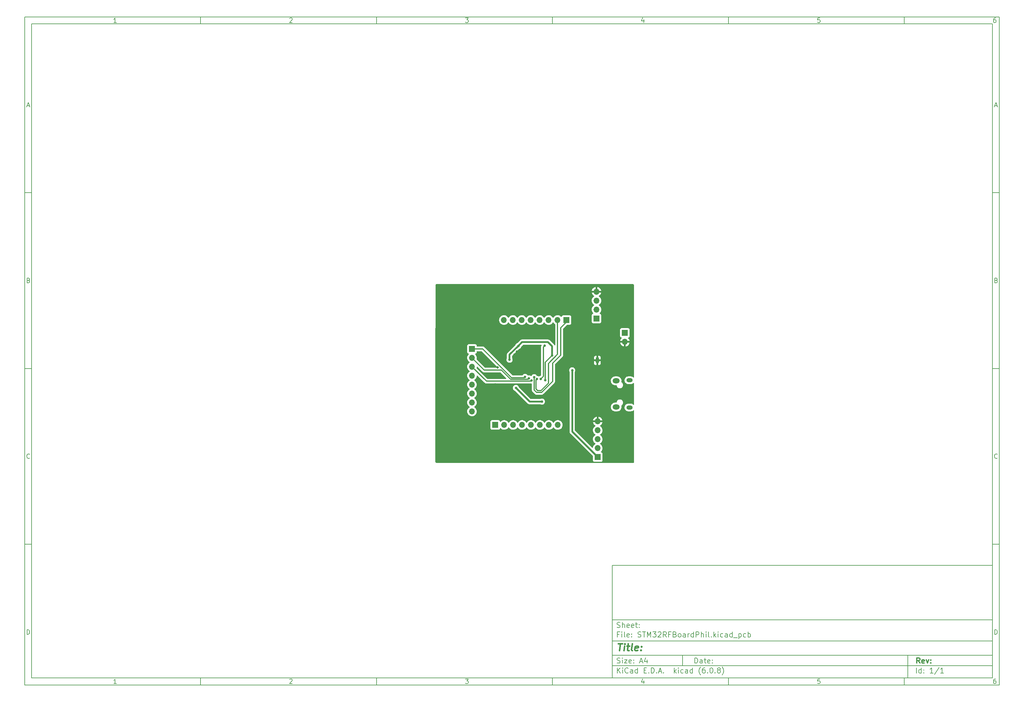
<source format=gbr>
%TF.GenerationSoftware,KiCad,Pcbnew,(6.0.8)*%
%TF.CreationDate,2022-10-27T20:00:02-05:00*%
%TF.ProjectId,STM32RFBoardPhil,53544d33-3252-4464-926f-617264506869,rev?*%
%TF.SameCoordinates,Original*%
%TF.FileFunction,Copper,L2,Bot*%
%TF.FilePolarity,Positive*%
%FSLAX46Y46*%
G04 Gerber Fmt 4.6, Leading zero omitted, Abs format (unit mm)*
G04 Created by KiCad (PCBNEW (6.0.8)) date 2022-10-27 20:00:02*
%MOMM*%
%LPD*%
G01*
G04 APERTURE LIST*
%ADD10C,0.100000*%
%ADD11C,0.150000*%
%ADD12C,0.300000*%
%ADD13C,0.400000*%
%TA.AperFunction,ComponentPad*%
%ADD14R,1.700000X1.700000*%
%TD*%
%TA.AperFunction,ComponentPad*%
%ADD15O,1.700000X1.700000*%
%TD*%
%TA.AperFunction,ComponentPad*%
%ADD16O,1.800000X1.150000*%
%TD*%
%TA.AperFunction,ComponentPad*%
%ADD17O,2.000000X1.450000*%
%TD*%
%TA.AperFunction,SMDPad,CuDef*%
%ADD18R,0.900000X1.600000*%
%TD*%
%TA.AperFunction,ComponentPad*%
%ADD19C,0.600000*%
%TD*%
%TA.AperFunction,ViaPad*%
%ADD20C,0.700000*%
%TD*%
%TA.AperFunction,ViaPad*%
%ADD21C,0.800000*%
%TD*%
%TA.AperFunction,Conductor*%
%ADD22C,0.300000*%
%TD*%
%TA.AperFunction,Conductor*%
%ADD23C,0.500000*%
%TD*%
G04 APERTURE END LIST*
D10*
D11*
X177002200Y-166007200D02*
X177002200Y-198007200D01*
X285002200Y-198007200D01*
X285002200Y-166007200D01*
X177002200Y-166007200D01*
D10*
D11*
X10000000Y-10000000D02*
X10000000Y-200007200D01*
X287002200Y-200007200D01*
X287002200Y-10000000D01*
X10000000Y-10000000D01*
D10*
D11*
X12000000Y-12000000D02*
X12000000Y-198007200D01*
X285002200Y-198007200D01*
X285002200Y-12000000D01*
X12000000Y-12000000D01*
D10*
D11*
X60000000Y-12000000D02*
X60000000Y-10000000D01*
D10*
D11*
X110000000Y-12000000D02*
X110000000Y-10000000D01*
D10*
D11*
X160000000Y-12000000D02*
X160000000Y-10000000D01*
D10*
D11*
X210000000Y-12000000D02*
X210000000Y-10000000D01*
D10*
D11*
X260000000Y-12000000D02*
X260000000Y-10000000D01*
D10*
D11*
X36065476Y-11588095D02*
X35322619Y-11588095D01*
X35694047Y-11588095D02*
X35694047Y-10288095D01*
X35570238Y-10473809D01*
X35446428Y-10597619D01*
X35322619Y-10659523D01*
D10*
D11*
X85322619Y-10411904D02*
X85384523Y-10350000D01*
X85508333Y-10288095D01*
X85817857Y-10288095D01*
X85941666Y-10350000D01*
X86003571Y-10411904D01*
X86065476Y-10535714D01*
X86065476Y-10659523D01*
X86003571Y-10845238D01*
X85260714Y-11588095D01*
X86065476Y-11588095D01*
D10*
D11*
X135260714Y-10288095D02*
X136065476Y-10288095D01*
X135632142Y-10783333D01*
X135817857Y-10783333D01*
X135941666Y-10845238D01*
X136003571Y-10907142D01*
X136065476Y-11030952D01*
X136065476Y-11340476D01*
X136003571Y-11464285D01*
X135941666Y-11526190D01*
X135817857Y-11588095D01*
X135446428Y-11588095D01*
X135322619Y-11526190D01*
X135260714Y-11464285D01*
D10*
D11*
X185941666Y-10721428D02*
X185941666Y-11588095D01*
X185632142Y-10226190D02*
X185322619Y-11154761D01*
X186127380Y-11154761D01*
D10*
D11*
X236003571Y-10288095D02*
X235384523Y-10288095D01*
X235322619Y-10907142D01*
X235384523Y-10845238D01*
X235508333Y-10783333D01*
X235817857Y-10783333D01*
X235941666Y-10845238D01*
X236003571Y-10907142D01*
X236065476Y-11030952D01*
X236065476Y-11340476D01*
X236003571Y-11464285D01*
X235941666Y-11526190D01*
X235817857Y-11588095D01*
X235508333Y-11588095D01*
X235384523Y-11526190D01*
X235322619Y-11464285D01*
D10*
D11*
X285941666Y-10288095D02*
X285694047Y-10288095D01*
X285570238Y-10350000D01*
X285508333Y-10411904D01*
X285384523Y-10597619D01*
X285322619Y-10845238D01*
X285322619Y-11340476D01*
X285384523Y-11464285D01*
X285446428Y-11526190D01*
X285570238Y-11588095D01*
X285817857Y-11588095D01*
X285941666Y-11526190D01*
X286003571Y-11464285D01*
X286065476Y-11340476D01*
X286065476Y-11030952D01*
X286003571Y-10907142D01*
X285941666Y-10845238D01*
X285817857Y-10783333D01*
X285570238Y-10783333D01*
X285446428Y-10845238D01*
X285384523Y-10907142D01*
X285322619Y-11030952D01*
D10*
D11*
X60000000Y-198007200D02*
X60000000Y-200007200D01*
D10*
D11*
X110000000Y-198007200D02*
X110000000Y-200007200D01*
D10*
D11*
X160000000Y-198007200D02*
X160000000Y-200007200D01*
D10*
D11*
X210000000Y-198007200D02*
X210000000Y-200007200D01*
D10*
D11*
X260000000Y-198007200D02*
X260000000Y-200007200D01*
D10*
D11*
X36065476Y-199595295D02*
X35322619Y-199595295D01*
X35694047Y-199595295D02*
X35694047Y-198295295D01*
X35570238Y-198481009D01*
X35446428Y-198604819D01*
X35322619Y-198666723D01*
D10*
D11*
X85322619Y-198419104D02*
X85384523Y-198357200D01*
X85508333Y-198295295D01*
X85817857Y-198295295D01*
X85941666Y-198357200D01*
X86003571Y-198419104D01*
X86065476Y-198542914D01*
X86065476Y-198666723D01*
X86003571Y-198852438D01*
X85260714Y-199595295D01*
X86065476Y-199595295D01*
D10*
D11*
X135260714Y-198295295D02*
X136065476Y-198295295D01*
X135632142Y-198790533D01*
X135817857Y-198790533D01*
X135941666Y-198852438D01*
X136003571Y-198914342D01*
X136065476Y-199038152D01*
X136065476Y-199347676D01*
X136003571Y-199471485D01*
X135941666Y-199533390D01*
X135817857Y-199595295D01*
X135446428Y-199595295D01*
X135322619Y-199533390D01*
X135260714Y-199471485D01*
D10*
D11*
X185941666Y-198728628D02*
X185941666Y-199595295D01*
X185632142Y-198233390D02*
X185322619Y-199161961D01*
X186127380Y-199161961D01*
D10*
D11*
X236003571Y-198295295D02*
X235384523Y-198295295D01*
X235322619Y-198914342D01*
X235384523Y-198852438D01*
X235508333Y-198790533D01*
X235817857Y-198790533D01*
X235941666Y-198852438D01*
X236003571Y-198914342D01*
X236065476Y-199038152D01*
X236065476Y-199347676D01*
X236003571Y-199471485D01*
X235941666Y-199533390D01*
X235817857Y-199595295D01*
X235508333Y-199595295D01*
X235384523Y-199533390D01*
X235322619Y-199471485D01*
D10*
D11*
X285941666Y-198295295D02*
X285694047Y-198295295D01*
X285570238Y-198357200D01*
X285508333Y-198419104D01*
X285384523Y-198604819D01*
X285322619Y-198852438D01*
X285322619Y-199347676D01*
X285384523Y-199471485D01*
X285446428Y-199533390D01*
X285570238Y-199595295D01*
X285817857Y-199595295D01*
X285941666Y-199533390D01*
X286003571Y-199471485D01*
X286065476Y-199347676D01*
X286065476Y-199038152D01*
X286003571Y-198914342D01*
X285941666Y-198852438D01*
X285817857Y-198790533D01*
X285570238Y-198790533D01*
X285446428Y-198852438D01*
X285384523Y-198914342D01*
X285322619Y-199038152D01*
D10*
D11*
X10000000Y-60000000D02*
X12000000Y-60000000D01*
D10*
D11*
X10000000Y-110000000D02*
X12000000Y-110000000D01*
D10*
D11*
X10000000Y-160000000D02*
X12000000Y-160000000D01*
D10*
D11*
X10690476Y-35216666D02*
X11309523Y-35216666D01*
X10566666Y-35588095D02*
X11000000Y-34288095D01*
X11433333Y-35588095D01*
D10*
D11*
X11092857Y-84907142D02*
X11278571Y-84969047D01*
X11340476Y-85030952D01*
X11402380Y-85154761D01*
X11402380Y-85340476D01*
X11340476Y-85464285D01*
X11278571Y-85526190D01*
X11154761Y-85588095D01*
X10659523Y-85588095D01*
X10659523Y-84288095D01*
X11092857Y-84288095D01*
X11216666Y-84350000D01*
X11278571Y-84411904D01*
X11340476Y-84535714D01*
X11340476Y-84659523D01*
X11278571Y-84783333D01*
X11216666Y-84845238D01*
X11092857Y-84907142D01*
X10659523Y-84907142D01*
D10*
D11*
X11402380Y-135464285D02*
X11340476Y-135526190D01*
X11154761Y-135588095D01*
X11030952Y-135588095D01*
X10845238Y-135526190D01*
X10721428Y-135402380D01*
X10659523Y-135278571D01*
X10597619Y-135030952D01*
X10597619Y-134845238D01*
X10659523Y-134597619D01*
X10721428Y-134473809D01*
X10845238Y-134350000D01*
X11030952Y-134288095D01*
X11154761Y-134288095D01*
X11340476Y-134350000D01*
X11402380Y-134411904D01*
D10*
D11*
X10659523Y-185588095D02*
X10659523Y-184288095D01*
X10969047Y-184288095D01*
X11154761Y-184350000D01*
X11278571Y-184473809D01*
X11340476Y-184597619D01*
X11402380Y-184845238D01*
X11402380Y-185030952D01*
X11340476Y-185278571D01*
X11278571Y-185402380D01*
X11154761Y-185526190D01*
X10969047Y-185588095D01*
X10659523Y-185588095D01*
D10*
D11*
X287002200Y-60000000D02*
X285002200Y-60000000D01*
D10*
D11*
X287002200Y-110000000D02*
X285002200Y-110000000D01*
D10*
D11*
X287002200Y-160000000D02*
X285002200Y-160000000D01*
D10*
D11*
X285692676Y-35216666D02*
X286311723Y-35216666D01*
X285568866Y-35588095D02*
X286002200Y-34288095D01*
X286435533Y-35588095D01*
D10*
D11*
X286095057Y-84907142D02*
X286280771Y-84969047D01*
X286342676Y-85030952D01*
X286404580Y-85154761D01*
X286404580Y-85340476D01*
X286342676Y-85464285D01*
X286280771Y-85526190D01*
X286156961Y-85588095D01*
X285661723Y-85588095D01*
X285661723Y-84288095D01*
X286095057Y-84288095D01*
X286218866Y-84350000D01*
X286280771Y-84411904D01*
X286342676Y-84535714D01*
X286342676Y-84659523D01*
X286280771Y-84783333D01*
X286218866Y-84845238D01*
X286095057Y-84907142D01*
X285661723Y-84907142D01*
D10*
D11*
X286404580Y-135464285D02*
X286342676Y-135526190D01*
X286156961Y-135588095D01*
X286033152Y-135588095D01*
X285847438Y-135526190D01*
X285723628Y-135402380D01*
X285661723Y-135278571D01*
X285599819Y-135030952D01*
X285599819Y-134845238D01*
X285661723Y-134597619D01*
X285723628Y-134473809D01*
X285847438Y-134350000D01*
X286033152Y-134288095D01*
X286156961Y-134288095D01*
X286342676Y-134350000D01*
X286404580Y-134411904D01*
D10*
D11*
X285661723Y-185588095D02*
X285661723Y-184288095D01*
X285971247Y-184288095D01*
X286156961Y-184350000D01*
X286280771Y-184473809D01*
X286342676Y-184597619D01*
X286404580Y-184845238D01*
X286404580Y-185030952D01*
X286342676Y-185278571D01*
X286280771Y-185402380D01*
X286156961Y-185526190D01*
X285971247Y-185588095D01*
X285661723Y-185588095D01*
D10*
D11*
X200434342Y-193785771D02*
X200434342Y-192285771D01*
X200791485Y-192285771D01*
X201005771Y-192357200D01*
X201148628Y-192500057D01*
X201220057Y-192642914D01*
X201291485Y-192928628D01*
X201291485Y-193142914D01*
X201220057Y-193428628D01*
X201148628Y-193571485D01*
X201005771Y-193714342D01*
X200791485Y-193785771D01*
X200434342Y-193785771D01*
X202577200Y-193785771D02*
X202577200Y-193000057D01*
X202505771Y-192857200D01*
X202362914Y-192785771D01*
X202077200Y-192785771D01*
X201934342Y-192857200D01*
X202577200Y-193714342D02*
X202434342Y-193785771D01*
X202077200Y-193785771D01*
X201934342Y-193714342D01*
X201862914Y-193571485D01*
X201862914Y-193428628D01*
X201934342Y-193285771D01*
X202077200Y-193214342D01*
X202434342Y-193214342D01*
X202577200Y-193142914D01*
X203077200Y-192785771D02*
X203648628Y-192785771D01*
X203291485Y-192285771D02*
X203291485Y-193571485D01*
X203362914Y-193714342D01*
X203505771Y-193785771D01*
X203648628Y-193785771D01*
X204720057Y-193714342D02*
X204577200Y-193785771D01*
X204291485Y-193785771D01*
X204148628Y-193714342D01*
X204077200Y-193571485D01*
X204077200Y-193000057D01*
X204148628Y-192857200D01*
X204291485Y-192785771D01*
X204577200Y-192785771D01*
X204720057Y-192857200D01*
X204791485Y-193000057D01*
X204791485Y-193142914D01*
X204077200Y-193285771D01*
X205434342Y-193642914D02*
X205505771Y-193714342D01*
X205434342Y-193785771D01*
X205362914Y-193714342D01*
X205434342Y-193642914D01*
X205434342Y-193785771D01*
X205434342Y-192857200D02*
X205505771Y-192928628D01*
X205434342Y-193000057D01*
X205362914Y-192928628D01*
X205434342Y-192857200D01*
X205434342Y-193000057D01*
D10*
D11*
X177002200Y-194507200D02*
X285002200Y-194507200D01*
D10*
D11*
X178434342Y-196585771D02*
X178434342Y-195085771D01*
X179291485Y-196585771D02*
X178648628Y-195728628D01*
X179291485Y-195085771D02*
X178434342Y-195942914D01*
X179934342Y-196585771D02*
X179934342Y-195585771D01*
X179934342Y-195085771D02*
X179862914Y-195157200D01*
X179934342Y-195228628D01*
X180005771Y-195157200D01*
X179934342Y-195085771D01*
X179934342Y-195228628D01*
X181505771Y-196442914D02*
X181434342Y-196514342D01*
X181220057Y-196585771D01*
X181077200Y-196585771D01*
X180862914Y-196514342D01*
X180720057Y-196371485D01*
X180648628Y-196228628D01*
X180577200Y-195942914D01*
X180577200Y-195728628D01*
X180648628Y-195442914D01*
X180720057Y-195300057D01*
X180862914Y-195157200D01*
X181077200Y-195085771D01*
X181220057Y-195085771D01*
X181434342Y-195157200D01*
X181505771Y-195228628D01*
X182791485Y-196585771D02*
X182791485Y-195800057D01*
X182720057Y-195657200D01*
X182577200Y-195585771D01*
X182291485Y-195585771D01*
X182148628Y-195657200D01*
X182791485Y-196514342D02*
X182648628Y-196585771D01*
X182291485Y-196585771D01*
X182148628Y-196514342D01*
X182077200Y-196371485D01*
X182077200Y-196228628D01*
X182148628Y-196085771D01*
X182291485Y-196014342D01*
X182648628Y-196014342D01*
X182791485Y-195942914D01*
X184148628Y-196585771D02*
X184148628Y-195085771D01*
X184148628Y-196514342D02*
X184005771Y-196585771D01*
X183720057Y-196585771D01*
X183577200Y-196514342D01*
X183505771Y-196442914D01*
X183434342Y-196300057D01*
X183434342Y-195871485D01*
X183505771Y-195728628D01*
X183577200Y-195657200D01*
X183720057Y-195585771D01*
X184005771Y-195585771D01*
X184148628Y-195657200D01*
X186005771Y-195800057D02*
X186505771Y-195800057D01*
X186720057Y-196585771D02*
X186005771Y-196585771D01*
X186005771Y-195085771D01*
X186720057Y-195085771D01*
X187362914Y-196442914D02*
X187434342Y-196514342D01*
X187362914Y-196585771D01*
X187291485Y-196514342D01*
X187362914Y-196442914D01*
X187362914Y-196585771D01*
X188077200Y-196585771D02*
X188077200Y-195085771D01*
X188434342Y-195085771D01*
X188648628Y-195157200D01*
X188791485Y-195300057D01*
X188862914Y-195442914D01*
X188934342Y-195728628D01*
X188934342Y-195942914D01*
X188862914Y-196228628D01*
X188791485Y-196371485D01*
X188648628Y-196514342D01*
X188434342Y-196585771D01*
X188077200Y-196585771D01*
X189577200Y-196442914D02*
X189648628Y-196514342D01*
X189577200Y-196585771D01*
X189505771Y-196514342D01*
X189577200Y-196442914D01*
X189577200Y-196585771D01*
X190220057Y-196157200D02*
X190934342Y-196157200D01*
X190077200Y-196585771D02*
X190577200Y-195085771D01*
X191077200Y-196585771D01*
X191577200Y-196442914D02*
X191648628Y-196514342D01*
X191577200Y-196585771D01*
X191505771Y-196514342D01*
X191577200Y-196442914D01*
X191577200Y-196585771D01*
X194577200Y-196585771D02*
X194577200Y-195085771D01*
X194720057Y-196014342D02*
X195148628Y-196585771D01*
X195148628Y-195585771D02*
X194577200Y-196157200D01*
X195791485Y-196585771D02*
X195791485Y-195585771D01*
X195791485Y-195085771D02*
X195720057Y-195157200D01*
X195791485Y-195228628D01*
X195862914Y-195157200D01*
X195791485Y-195085771D01*
X195791485Y-195228628D01*
X197148628Y-196514342D02*
X197005771Y-196585771D01*
X196720057Y-196585771D01*
X196577200Y-196514342D01*
X196505771Y-196442914D01*
X196434342Y-196300057D01*
X196434342Y-195871485D01*
X196505771Y-195728628D01*
X196577200Y-195657200D01*
X196720057Y-195585771D01*
X197005771Y-195585771D01*
X197148628Y-195657200D01*
X198434342Y-196585771D02*
X198434342Y-195800057D01*
X198362914Y-195657200D01*
X198220057Y-195585771D01*
X197934342Y-195585771D01*
X197791485Y-195657200D01*
X198434342Y-196514342D02*
X198291485Y-196585771D01*
X197934342Y-196585771D01*
X197791485Y-196514342D01*
X197720057Y-196371485D01*
X197720057Y-196228628D01*
X197791485Y-196085771D01*
X197934342Y-196014342D01*
X198291485Y-196014342D01*
X198434342Y-195942914D01*
X199791485Y-196585771D02*
X199791485Y-195085771D01*
X199791485Y-196514342D02*
X199648628Y-196585771D01*
X199362914Y-196585771D01*
X199220057Y-196514342D01*
X199148628Y-196442914D01*
X199077200Y-196300057D01*
X199077200Y-195871485D01*
X199148628Y-195728628D01*
X199220057Y-195657200D01*
X199362914Y-195585771D01*
X199648628Y-195585771D01*
X199791485Y-195657200D01*
X202077200Y-197157200D02*
X202005771Y-197085771D01*
X201862914Y-196871485D01*
X201791485Y-196728628D01*
X201720057Y-196514342D01*
X201648628Y-196157200D01*
X201648628Y-195871485D01*
X201720057Y-195514342D01*
X201791485Y-195300057D01*
X201862914Y-195157200D01*
X202005771Y-194942914D01*
X202077200Y-194871485D01*
X203291485Y-195085771D02*
X203005771Y-195085771D01*
X202862914Y-195157200D01*
X202791485Y-195228628D01*
X202648628Y-195442914D01*
X202577200Y-195728628D01*
X202577200Y-196300057D01*
X202648628Y-196442914D01*
X202720057Y-196514342D01*
X202862914Y-196585771D01*
X203148628Y-196585771D01*
X203291485Y-196514342D01*
X203362914Y-196442914D01*
X203434342Y-196300057D01*
X203434342Y-195942914D01*
X203362914Y-195800057D01*
X203291485Y-195728628D01*
X203148628Y-195657200D01*
X202862914Y-195657200D01*
X202720057Y-195728628D01*
X202648628Y-195800057D01*
X202577200Y-195942914D01*
X204077200Y-196442914D02*
X204148628Y-196514342D01*
X204077200Y-196585771D01*
X204005771Y-196514342D01*
X204077200Y-196442914D01*
X204077200Y-196585771D01*
X205077200Y-195085771D02*
X205220057Y-195085771D01*
X205362914Y-195157200D01*
X205434342Y-195228628D01*
X205505771Y-195371485D01*
X205577200Y-195657200D01*
X205577200Y-196014342D01*
X205505771Y-196300057D01*
X205434342Y-196442914D01*
X205362914Y-196514342D01*
X205220057Y-196585771D01*
X205077200Y-196585771D01*
X204934342Y-196514342D01*
X204862914Y-196442914D01*
X204791485Y-196300057D01*
X204720057Y-196014342D01*
X204720057Y-195657200D01*
X204791485Y-195371485D01*
X204862914Y-195228628D01*
X204934342Y-195157200D01*
X205077200Y-195085771D01*
X206220057Y-196442914D02*
X206291485Y-196514342D01*
X206220057Y-196585771D01*
X206148628Y-196514342D01*
X206220057Y-196442914D01*
X206220057Y-196585771D01*
X207148628Y-195728628D02*
X207005771Y-195657200D01*
X206934342Y-195585771D01*
X206862914Y-195442914D01*
X206862914Y-195371485D01*
X206934342Y-195228628D01*
X207005771Y-195157200D01*
X207148628Y-195085771D01*
X207434342Y-195085771D01*
X207577200Y-195157200D01*
X207648628Y-195228628D01*
X207720057Y-195371485D01*
X207720057Y-195442914D01*
X207648628Y-195585771D01*
X207577200Y-195657200D01*
X207434342Y-195728628D01*
X207148628Y-195728628D01*
X207005771Y-195800057D01*
X206934342Y-195871485D01*
X206862914Y-196014342D01*
X206862914Y-196300057D01*
X206934342Y-196442914D01*
X207005771Y-196514342D01*
X207148628Y-196585771D01*
X207434342Y-196585771D01*
X207577200Y-196514342D01*
X207648628Y-196442914D01*
X207720057Y-196300057D01*
X207720057Y-196014342D01*
X207648628Y-195871485D01*
X207577200Y-195800057D01*
X207434342Y-195728628D01*
X208220057Y-197157200D02*
X208291485Y-197085771D01*
X208434342Y-196871485D01*
X208505771Y-196728628D01*
X208577200Y-196514342D01*
X208648628Y-196157200D01*
X208648628Y-195871485D01*
X208577200Y-195514342D01*
X208505771Y-195300057D01*
X208434342Y-195157200D01*
X208291485Y-194942914D01*
X208220057Y-194871485D01*
D10*
D11*
X177002200Y-191507200D02*
X285002200Y-191507200D01*
D10*
D12*
X264411485Y-193785771D02*
X263911485Y-193071485D01*
X263554342Y-193785771D02*
X263554342Y-192285771D01*
X264125771Y-192285771D01*
X264268628Y-192357200D01*
X264340057Y-192428628D01*
X264411485Y-192571485D01*
X264411485Y-192785771D01*
X264340057Y-192928628D01*
X264268628Y-193000057D01*
X264125771Y-193071485D01*
X263554342Y-193071485D01*
X265625771Y-193714342D02*
X265482914Y-193785771D01*
X265197200Y-193785771D01*
X265054342Y-193714342D01*
X264982914Y-193571485D01*
X264982914Y-193000057D01*
X265054342Y-192857200D01*
X265197200Y-192785771D01*
X265482914Y-192785771D01*
X265625771Y-192857200D01*
X265697200Y-193000057D01*
X265697200Y-193142914D01*
X264982914Y-193285771D01*
X266197200Y-192785771D02*
X266554342Y-193785771D01*
X266911485Y-192785771D01*
X267482914Y-193642914D02*
X267554342Y-193714342D01*
X267482914Y-193785771D01*
X267411485Y-193714342D01*
X267482914Y-193642914D01*
X267482914Y-193785771D01*
X267482914Y-192857200D02*
X267554342Y-192928628D01*
X267482914Y-193000057D01*
X267411485Y-192928628D01*
X267482914Y-192857200D01*
X267482914Y-193000057D01*
D10*
D11*
X178362914Y-193714342D02*
X178577200Y-193785771D01*
X178934342Y-193785771D01*
X179077200Y-193714342D01*
X179148628Y-193642914D01*
X179220057Y-193500057D01*
X179220057Y-193357200D01*
X179148628Y-193214342D01*
X179077200Y-193142914D01*
X178934342Y-193071485D01*
X178648628Y-193000057D01*
X178505771Y-192928628D01*
X178434342Y-192857200D01*
X178362914Y-192714342D01*
X178362914Y-192571485D01*
X178434342Y-192428628D01*
X178505771Y-192357200D01*
X178648628Y-192285771D01*
X179005771Y-192285771D01*
X179220057Y-192357200D01*
X179862914Y-193785771D02*
X179862914Y-192785771D01*
X179862914Y-192285771D02*
X179791485Y-192357200D01*
X179862914Y-192428628D01*
X179934342Y-192357200D01*
X179862914Y-192285771D01*
X179862914Y-192428628D01*
X180434342Y-192785771D02*
X181220057Y-192785771D01*
X180434342Y-193785771D01*
X181220057Y-193785771D01*
X182362914Y-193714342D02*
X182220057Y-193785771D01*
X181934342Y-193785771D01*
X181791485Y-193714342D01*
X181720057Y-193571485D01*
X181720057Y-193000057D01*
X181791485Y-192857200D01*
X181934342Y-192785771D01*
X182220057Y-192785771D01*
X182362914Y-192857200D01*
X182434342Y-193000057D01*
X182434342Y-193142914D01*
X181720057Y-193285771D01*
X183077200Y-193642914D02*
X183148628Y-193714342D01*
X183077200Y-193785771D01*
X183005771Y-193714342D01*
X183077200Y-193642914D01*
X183077200Y-193785771D01*
X183077200Y-192857200D02*
X183148628Y-192928628D01*
X183077200Y-193000057D01*
X183005771Y-192928628D01*
X183077200Y-192857200D01*
X183077200Y-193000057D01*
X184862914Y-193357200D02*
X185577200Y-193357200D01*
X184720057Y-193785771D02*
X185220057Y-192285771D01*
X185720057Y-193785771D01*
X186862914Y-192785771D02*
X186862914Y-193785771D01*
X186505771Y-192214342D02*
X186148628Y-193285771D01*
X187077200Y-193285771D01*
D10*
D11*
X263434342Y-196585771D02*
X263434342Y-195085771D01*
X264791485Y-196585771D02*
X264791485Y-195085771D01*
X264791485Y-196514342D02*
X264648628Y-196585771D01*
X264362914Y-196585771D01*
X264220057Y-196514342D01*
X264148628Y-196442914D01*
X264077200Y-196300057D01*
X264077200Y-195871485D01*
X264148628Y-195728628D01*
X264220057Y-195657200D01*
X264362914Y-195585771D01*
X264648628Y-195585771D01*
X264791485Y-195657200D01*
X265505771Y-196442914D02*
X265577200Y-196514342D01*
X265505771Y-196585771D01*
X265434342Y-196514342D01*
X265505771Y-196442914D01*
X265505771Y-196585771D01*
X265505771Y-195657200D02*
X265577200Y-195728628D01*
X265505771Y-195800057D01*
X265434342Y-195728628D01*
X265505771Y-195657200D01*
X265505771Y-195800057D01*
X268148628Y-196585771D02*
X267291485Y-196585771D01*
X267720057Y-196585771D02*
X267720057Y-195085771D01*
X267577200Y-195300057D01*
X267434342Y-195442914D01*
X267291485Y-195514342D01*
X269862914Y-195014342D02*
X268577200Y-196942914D01*
X271148628Y-196585771D02*
X270291485Y-196585771D01*
X270720057Y-196585771D02*
X270720057Y-195085771D01*
X270577200Y-195300057D01*
X270434342Y-195442914D01*
X270291485Y-195514342D01*
D10*
D11*
X177002200Y-187507200D02*
X285002200Y-187507200D01*
D10*
D13*
X178714580Y-188211961D02*
X179857438Y-188211961D01*
X179036009Y-190211961D02*
X179286009Y-188211961D01*
X180274104Y-190211961D02*
X180440771Y-188878628D01*
X180524104Y-188211961D02*
X180416961Y-188307200D01*
X180500295Y-188402438D01*
X180607438Y-188307200D01*
X180524104Y-188211961D01*
X180500295Y-188402438D01*
X181107438Y-188878628D02*
X181869342Y-188878628D01*
X181476485Y-188211961D02*
X181262200Y-189926247D01*
X181333628Y-190116723D01*
X181512200Y-190211961D01*
X181702676Y-190211961D01*
X182655057Y-190211961D02*
X182476485Y-190116723D01*
X182405057Y-189926247D01*
X182619342Y-188211961D01*
X184190771Y-190116723D02*
X183988390Y-190211961D01*
X183607438Y-190211961D01*
X183428866Y-190116723D01*
X183357438Y-189926247D01*
X183452676Y-189164342D01*
X183571723Y-188973866D01*
X183774104Y-188878628D01*
X184155057Y-188878628D01*
X184333628Y-188973866D01*
X184405057Y-189164342D01*
X184381247Y-189354819D01*
X183405057Y-189545295D01*
X185155057Y-190021485D02*
X185238390Y-190116723D01*
X185131247Y-190211961D01*
X185047914Y-190116723D01*
X185155057Y-190021485D01*
X185131247Y-190211961D01*
X185286009Y-188973866D02*
X185369342Y-189069104D01*
X185262200Y-189164342D01*
X185178866Y-189069104D01*
X185286009Y-188973866D01*
X185262200Y-189164342D01*
D10*
D11*
X178934342Y-185600057D02*
X178434342Y-185600057D01*
X178434342Y-186385771D02*
X178434342Y-184885771D01*
X179148628Y-184885771D01*
X179720057Y-186385771D02*
X179720057Y-185385771D01*
X179720057Y-184885771D02*
X179648628Y-184957200D01*
X179720057Y-185028628D01*
X179791485Y-184957200D01*
X179720057Y-184885771D01*
X179720057Y-185028628D01*
X180648628Y-186385771D02*
X180505771Y-186314342D01*
X180434342Y-186171485D01*
X180434342Y-184885771D01*
X181791485Y-186314342D02*
X181648628Y-186385771D01*
X181362914Y-186385771D01*
X181220057Y-186314342D01*
X181148628Y-186171485D01*
X181148628Y-185600057D01*
X181220057Y-185457200D01*
X181362914Y-185385771D01*
X181648628Y-185385771D01*
X181791485Y-185457200D01*
X181862914Y-185600057D01*
X181862914Y-185742914D01*
X181148628Y-185885771D01*
X182505771Y-186242914D02*
X182577200Y-186314342D01*
X182505771Y-186385771D01*
X182434342Y-186314342D01*
X182505771Y-186242914D01*
X182505771Y-186385771D01*
X182505771Y-185457200D02*
X182577200Y-185528628D01*
X182505771Y-185600057D01*
X182434342Y-185528628D01*
X182505771Y-185457200D01*
X182505771Y-185600057D01*
X184291485Y-186314342D02*
X184505771Y-186385771D01*
X184862914Y-186385771D01*
X185005771Y-186314342D01*
X185077200Y-186242914D01*
X185148628Y-186100057D01*
X185148628Y-185957200D01*
X185077200Y-185814342D01*
X185005771Y-185742914D01*
X184862914Y-185671485D01*
X184577200Y-185600057D01*
X184434342Y-185528628D01*
X184362914Y-185457200D01*
X184291485Y-185314342D01*
X184291485Y-185171485D01*
X184362914Y-185028628D01*
X184434342Y-184957200D01*
X184577200Y-184885771D01*
X184934342Y-184885771D01*
X185148628Y-184957200D01*
X185577200Y-184885771D02*
X186434342Y-184885771D01*
X186005771Y-186385771D02*
X186005771Y-184885771D01*
X186934342Y-186385771D02*
X186934342Y-184885771D01*
X187434342Y-185957200D01*
X187934342Y-184885771D01*
X187934342Y-186385771D01*
X188505771Y-184885771D02*
X189434342Y-184885771D01*
X188934342Y-185457200D01*
X189148628Y-185457200D01*
X189291485Y-185528628D01*
X189362914Y-185600057D01*
X189434342Y-185742914D01*
X189434342Y-186100057D01*
X189362914Y-186242914D01*
X189291485Y-186314342D01*
X189148628Y-186385771D01*
X188720057Y-186385771D01*
X188577200Y-186314342D01*
X188505771Y-186242914D01*
X190005771Y-185028628D02*
X190077200Y-184957200D01*
X190220057Y-184885771D01*
X190577200Y-184885771D01*
X190720057Y-184957200D01*
X190791485Y-185028628D01*
X190862914Y-185171485D01*
X190862914Y-185314342D01*
X190791485Y-185528628D01*
X189934342Y-186385771D01*
X190862914Y-186385771D01*
X192362914Y-186385771D02*
X191862914Y-185671485D01*
X191505771Y-186385771D02*
X191505771Y-184885771D01*
X192077200Y-184885771D01*
X192220057Y-184957200D01*
X192291485Y-185028628D01*
X192362914Y-185171485D01*
X192362914Y-185385771D01*
X192291485Y-185528628D01*
X192220057Y-185600057D01*
X192077200Y-185671485D01*
X191505771Y-185671485D01*
X193505771Y-185600057D02*
X193005771Y-185600057D01*
X193005771Y-186385771D02*
X193005771Y-184885771D01*
X193720057Y-184885771D01*
X194791485Y-185600057D02*
X195005771Y-185671485D01*
X195077200Y-185742914D01*
X195148628Y-185885771D01*
X195148628Y-186100057D01*
X195077200Y-186242914D01*
X195005771Y-186314342D01*
X194862914Y-186385771D01*
X194291485Y-186385771D01*
X194291485Y-184885771D01*
X194791485Y-184885771D01*
X194934342Y-184957200D01*
X195005771Y-185028628D01*
X195077200Y-185171485D01*
X195077200Y-185314342D01*
X195005771Y-185457200D01*
X194934342Y-185528628D01*
X194791485Y-185600057D01*
X194291485Y-185600057D01*
X196005771Y-186385771D02*
X195862914Y-186314342D01*
X195791485Y-186242914D01*
X195720057Y-186100057D01*
X195720057Y-185671485D01*
X195791485Y-185528628D01*
X195862914Y-185457200D01*
X196005771Y-185385771D01*
X196220057Y-185385771D01*
X196362914Y-185457200D01*
X196434342Y-185528628D01*
X196505771Y-185671485D01*
X196505771Y-186100057D01*
X196434342Y-186242914D01*
X196362914Y-186314342D01*
X196220057Y-186385771D01*
X196005771Y-186385771D01*
X197791485Y-186385771D02*
X197791485Y-185600057D01*
X197720057Y-185457200D01*
X197577200Y-185385771D01*
X197291485Y-185385771D01*
X197148628Y-185457200D01*
X197791485Y-186314342D02*
X197648628Y-186385771D01*
X197291485Y-186385771D01*
X197148628Y-186314342D01*
X197077200Y-186171485D01*
X197077200Y-186028628D01*
X197148628Y-185885771D01*
X197291485Y-185814342D01*
X197648628Y-185814342D01*
X197791485Y-185742914D01*
X198505771Y-186385771D02*
X198505771Y-185385771D01*
X198505771Y-185671485D02*
X198577200Y-185528628D01*
X198648628Y-185457200D01*
X198791485Y-185385771D01*
X198934342Y-185385771D01*
X200077200Y-186385771D02*
X200077200Y-184885771D01*
X200077200Y-186314342D02*
X199934342Y-186385771D01*
X199648628Y-186385771D01*
X199505771Y-186314342D01*
X199434342Y-186242914D01*
X199362914Y-186100057D01*
X199362914Y-185671485D01*
X199434342Y-185528628D01*
X199505771Y-185457200D01*
X199648628Y-185385771D01*
X199934342Y-185385771D01*
X200077200Y-185457200D01*
X200791485Y-186385771D02*
X200791485Y-184885771D01*
X201362914Y-184885771D01*
X201505771Y-184957200D01*
X201577200Y-185028628D01*
X201648628Y-185171485D01*
X201648628Y-185385771D01*
X201577200Y-185528628D01*
X201505771Y-185600057D01*
X201362914Y-185671485D01*
X200791485Y-185671485D01*
X202291485Y-186385771D02*
X202291485Y-184885771D01*
X202934342Y-186385771D02*
X202934342Y-185600057D01*
X202862914Y-185457200D01*
X202720057Y-185385771D01*
X202505771Y-185385771D01*
X202362914Y-185457200D01*
X202291485Y-185528628D01*
X203648628Y-186385771D02*
X203648628Y-185385771D01*
X203648628Y-184885771D02*
X203577200Y-184957200D01*
X203648628Y-185028628D01*
X203720057Y-184957200D01*
X203648628Y-184885771D01*
X203648628Y-185028628D01*
X204577200Y-186385771D02*
X204434342Y-186314342D01*
X204362914Y-186171485D01*
X204362914Y-184885771D01*
X205148628Y-186242914D02*
X205220057Y-186314342D01*
X205148628Y-186385771D01*
X205077200Y-186314342D01*
X205148628Y-186242914D01*
X205148628Y-186385771D01*
X205862914Y-186385771D02*
X205862914Y-184885771D01*
X206005771Y-185814342D02*
X206434342Y-186385771D01*
X206434342Y-185385771D02*
X205862914Y-185957200D01*
X207077200Y-186385771D02*
X207077200Y-185385771D01*
X207077200Y-184885771D02*
X207005771Y-184957200D01*
X207077200Y-185028628D01*
X207148628Y-184957200D01*
X207077200Y-184885771D01*
X207077200Y-185028628D01*
X208434342Y-186314342D02*
X208291485Y-186385771D01*
X208005771Y-186385771D01*
X207862914Y-186314342D01*
X207791485Y-186242914D01*
X207720057Y-186100057D01*
X207720057Y-185671485D01*
X207791485Y-185528628D01*
X207862914Y-185457200D01*
X208005771Y-185385771D01*
X208291485Y-185385771D01*
X208434342Y-185457200D01*
X209720057Y-186385771D02*
X209720057Y-185600057D01*
X209648628Y-185457200D01*
X209505771Y-185385771D01*
X209220057Y-185385771D01*
X209077200Y-185457200D01*
X209720057Y-186314342D02*
X209577200Y-186385771D01*
X209220057Y-186385771D01*
X209077200Y-186314342D01*
X209005771Y-186171485D01*
X209005771Y-186028628D01*
X209077200Y-185885771D01*
X209220057Y-185814342D01*
X209577200Y-185814342D01*
X209720057Y-185742914D01*
X211077200Y-186385771D02*
X211077200Y-184885771D01*
X211077200Y-186314342D02*
X210934342Y-186385771D01*
X210648628Y-186385771D01*
X210505771Y-186314342D01*
X210434342Y-186242914D01*
X210362914Y-186100057D01*
X210362914Y-185671485D01*
X210434342Y-185528628D01*
X210505771Y-185457200D01*
X210648628Y-185385771D01*
X210934342Y-185385771D01*
X211077200Y-185457200D01*
X211434342Y-186528628D02*
X212577200Y-186528628D01*
X212934342Y-185385771D02*
X212934342Y-186885771D01*
X212934342Y-185457200D02*
X213077200Y-185385771D01*
X213362914Y-185385771D01*
X213505771Y-185457200D01*
X213577200Y-185528628D01*
X213648628Y-185671485D01*
X213648628Y-186100057D01*
X213577200Y-186242914D01*
X213505771Y-186314342D01*
X213362914Y-186385771D01*
X213077200Y-186385771D01*
X212934342Y-186314342D01*
X214934342Y-186314342D02*
X214791485Y-186385771D01*
X214505771Y-186385771D01*
X214362914Y-186314342D01*
X214291485Y-186242914D01*
X214220057Y-186100057D01*
X214220057Y-185671485D01*
X214291485Y-185528628D01*
X214362914Y-185457200D01*
X214505771Y-185385771D01*
X214791485Y-185385771D01*
X214934342Y-185457200D01*
X215577200Y-186385771D02*
X215577200Y-184885771D01*
X215577200Y-185457200D02*
X215720057Y-185385771D01*
X216005771Y-185385771D01*
X216148628Y-185457200D01*
X216220057Y-185528628D01*
X216291485Y-185671485D01*
X216291485Y-186100057D01*
X216220057Y-186242914D01*
X216148628Y-186314342D01*
X216005771Y-186385771D01*
X215720057Y-186385771D01*
X215577200Y-186314342D01*
D10*
D11*
X177002200Y-181507200D02*
X285002200Y-181507200D01*
D10*
D11*
X178362914Y-183614342D02*
X178577200Y-183685771D01*
X178934342Y-183685771D01*
X179077200Y-183614342D01*
X179148628Y-183542914D01*
X179220057Y-183400057D01*
X179220057Y-183257200D01*
X179148628Y-183114342D01*
X179077200Y-183042914D01*
X178934342Y-182971485D01*
X178648628Y-182900057D01*
X178505771Y-182828628D01*
X178434342Y-182757200D01*
X178362914Y-182614342D01*
X178362914Y-182471485D01*
X178434342Y-182328628D01*
X178505771Y-182257200D01*
X178648628Y-182185771D01*
X179005771Y-182185771D01*
X179220057Y-182257200D01*
X179862914Y-183685771D02*
X179862914Y-182185771D01*
X180505771Y-183685771D02*
X180505771Y-182900057D01*
X180434342Y-182757200D01*
X180291485Y-182685771D01*
X180077200Y-182685771D01*
X179934342Y-182757200D01*
X179862914Y-182828628D01*
X181791485Y-183614342D02*
X181648628Y-183685771D01*
X181362914Y-183685771D01*
X181220057Y-183614342D01*
X181148628Y-183471485D01*
X181148628Y-182900057D01*
X181220057Y-182757200D01*
X181362914Y-182685771D01*
X181648628Y-182685771D01*
X181791485Y-182757200D01*
X181862914Y-182900057D01*
X181862914Y-183042914D01*
X181148628Y-183185771D01*
X183077200Y-183614342D02*
X182934342Y-183685771D01*
X182648628Y-183685771D01*
X182505771Y-183614342D01*
X182434342Y-183471485D01*
X182434342Y-182900057D01*
X182505771Y-182757200D01*
X182648628Y-182685771D01*
X182934342Y-182685771D01*
X183077200Y-182757200D01*
X183148628Y-182900057D01*
X183148628Y-183042914D01*
X182434342Y-183185771D01*
X183577200Y-182685771D02*
X184148628Y-182685771D01*
X183791485Y-182185771D02*
X183791485Y-183471485D01*
X183862914Y-183614342D01*
X184005771Y-183685771D01*
X184148628Y-183685771D01*
X184648628Y-183542914D02*
X184720057Y-183614342D01*
X184648628Y-183685771D01*
X184577200Y-183614342D01*
X184648628Y-183542914D01*
X184648628Y-183685771D01*
X184648628Y-182757200D02*
X184720057Y-182828628D01*
X184648628Y-182900057D01*
X184577200Y-182828628D01*
X184648628Y-182757200D01*
X184648628Y-182900057D01*
D10*
D12*
D10*
D11*
D10*
D11*
D10*
D11*
D10*
D11*
D10*
D11*
X197002200Y-191507200D02*
X197002200Y-194507200D01*
D10*
D11*
X261002200Y-191507200D02*
X261002200Y-198007200D01*
D14*
%TO.P,J5,1,Pin_1*%
%TO.N,/PB8*%
X143735800Y-126033400D03*
D15*
%TO.P,J5,2,Pin_2*%
%TO.N,/PB9*%
X146275800Y-126033400D03*
%TO.P,J5,3,Pin_3*%
%TO.N,/PB10*%
X148815800Y-126033400D03*
%TO.P,J5,4,Pin_4*%
%TO.N,/PB11*%
X151355800Y-126033400D03*
%TO.P,J5,5,Pin_5*%
%TO.N,/PB12*%
X153895800Y-126033400D03*
%TO.P,J5,6,Pin_6*%
%TO.N,/PB13*%
X156435800Y-126033400D03*
%TO.P,J5,7,Pin_7*%
%TO.N,/PB14*%
X158975800Y-126033400D03*
%TO.P,J5,8,Pin_8*%
%TO.N,/PB15*%
X161515800Y-126033400D03*
%TD*%
D14*
%TO.P,J6,1,Pin_1*%
%TO.N,+3.3V*%
X172500000Y-95750000D03*
D15*
%TO.P,J6,2,Pin_2*%
%TO.N,/SWIO*%
X172500000Y-93210000D03*
%TO.P,J6,3,Pin_3*%
%TO.N,/SWCK*%
X172500000Y-90670000D03*
%TO.P,J6,4,Pin_4*%
%TO.N,GND*%
X172500000Y-88130000D03*
%TD*%
D14*
%TO.P,J2,1,Pin_1*%
%TO.N,/PA0*%
X137122600Y-104413400D03*
D15*
%TO.P,J2,2,Pin_2*%
%TO.N,/PA1*%
X137122600Y-106953400D03*
%TO.P,J2,3,Pin_3*%
%TO.N,/PA2*%
X137122600Y-109493400D03*
%TO.P,J2,4,Pin_4*%
%TO.N,/PA3*%
X137122600Y-112033400D03*
%TO.P,J2,5,Pin_5*%
%TO.N,/PA4*%
X137122600Y-114573400D03*
%TO.P,J2,6,Pin_6*%
%TO.N,/PA5*%
X137122600Y-117113400D03*
%TO.P,J2,7,Pin_7*%
%TO.N,/PA6*%
X137122600Y-119653400D03*
%TO.P,J2,8,Pin_8*%
%TO.N,/PA7*%
X137122600Y-122193400D03*
%TD*%
D14*
%TO.P,J1,1,Pin_1*%
%TO.N,/PB0*%
X163975000Y-96200000D03*
D15*
%TO.P,J1,2,Pin_2*%
%TO.N,/PB1*%
X161435000Y-96200000D03*
%TO.P,J1,3,Pin_3*%
%TO.N,/PB2*%
X158895000Y-96200000D03*
%TO.P,J1,4,Pin_4*%
%TO.N,/PB3*%
X156355000Y-96200000D03*
%TO.P,J1,5,Pin_5*%
%TO.N,/PB4*%
X153815000Y-96200000D03*
%TO.P,J1,6,Pin_6*%
%TO.N,/PB5*%
X151275000Y-96200000D03*
%TO.P,J1,7,Pin_7*%
%TO.N,/PB6*%
X148735000Y-96200000D03*
%TO.P,J1,8,Pin_8*%
%TO.N,/PB7*%
X146195000Y-96200000D03*
%TD*%
D14*
%TO.P,J7,1,Pin_1*%
%TO.N,Net-(D2-Pad1)*%
X180579600Y-99850000D03*
D15*
%TO.P,J7,2,Pin_2*%
%TO.N,GND*%
X180579600Y-102390000D03*
%TD*%
D16*
%TO.P,J4,6,Shield*%
%TO.N,unconnected-(J4-Pad6)*%
X181895000Y-113330000D03*
D17*
X178095000Y-120930000D03*
D16*
X181895000Y-121080000D03*
D17*
X178095000Y-113480000D03*
%TD*%
D14*
%TO.P,J3,1,Pin_1*%
%TO.N,+3.3V*%
X172854600Y-135175400D03*
D15*
%TO.P,J3,2,Pin_2*%
%TO.N,/PA8*%
X172854600Y-132635400D03*
%TO.P,J3,3,Pin_3*%
%TO.N,/PA9*%
X172854600Y-130095400D03*
%TO.P,J3,4,Pin_4*%
%TO.N,/PA10*%
X172854600Y-127555400D03*
%TO.P,J3,5,Pin_5*%
%TO.N,GND*%
X172854600Y-125015400D03*
%TD*%
D18*
%TO.P,U2,9,PAD*%
%TO.N,GND*%
X172754600Y-107675400D03*
D19*
X172754600Y-107175400D03*
X172754600Y-108175400D03*
%TD*%
D20*
%TO.N,+3.3V*%
X157000000Y-119400000D03*
X147800000Y-107500000D03*
X159850000Y-106300000D03*
X165600000Y-110500000D03*
X150284314Y-103584314D03*
X157900000Y-113300000D03*
X149600000Y-115500000D03*
D21*
%TO.N,GND*%
X143700000Y-114600000D03*
D20*
X142700000Y-111900000D03*
X153200000Y-108300000D03*
D21*
X131100000Y-95700000D03*
D20*
X149200000Y-106000000D03*
X157700000Y-117600000D03*
D21*
X174900000Y-106200000D03*
D20*
X168000000Y-112100000D03*
X165000000Y-108600000D03*
D21*
X173800000Y-113000000D03*
D20*
X144400000Y-109700000D03*
X153100000Y-111600000D03*
X149855400Y-105144600D03*
%TO.N,/PB0*%
X154817758Y-112471614D03*
%TO.N,/PB1*%
X155571317Y-112962790D03*
%TO.N,/PB2*%
X156650000Y-112950000D03*
X157800000Y-103500000D03*
%TO.N,/PA2*%
X154075915Y-113419864D03*
%TO.N,/PA1*%
X153294237Y-112796980D03*
%TO.N,/PA0*%
X152202192Y-112388999D03*
%TD*%
D22*
%TO.N,/PB0*%
X163975000Y-96825000D02*
X163975000Y-96200000D01*
X162350000Y-98450000D02*
X163975000Y-96825000D01*
X160050000Y-108500000D02*
X162350000Y-106200000D01*
X162350000Y-106200000D02*
X162350000Y-98450000D01*
X160050000Y-113650000D02*
X160050000Y-108500000D01*
X155500000Y-116800000D02*
X156900000Y-116800000D01*
X154800000Y-116100000D02*
X155500000Y-116800000D01*
X156900000Y-116800000D02*
X160050000Y-113650000D01*
X154800000Y-112489372D02*
X154800000Y-116100000D01*
X154817758Y-112471614D02*
X154800000Y-112489372D01*
%TO.N,/PB1*%
X155300000Y-113234107D02*
X155571317Y-112962790D01*
X155746447Y-116246447D02*
X155300000Y-115800000D01*
X156746447Y-116246447D02*
X155746447Y-116246447D01*
X158850000Y-114142894D02*
X156746447Y-116246447D01*
X155300000Y-115800000D02*
X155300000Y-113234107D01*
X158850000Y-108550000D02*
X158850000Y-114142894D01*
X161435000Y-96200000D02*
X161435000Y-105965000D01*
X161435000Y-105965000D02*
X158850000Y-108550000D01*
%TO.N,+3.3V*%
X157900000Y-108250000D02*
X157900000Y-113300000D01*
X159850000Y-106300000D02*
X157900000Y-108250000D01*
D23*
X151368629Y-102500000D02*
X150284314Y-103584314D01*
X159850000Y-103650000D02*
X158700000Y-102500000D01*
X159850000Y-106300000D02*
X159850000Y-103650000D01*
X158700000Y-102500000D02*
X151368629Y-102500000D01*
X147800000Y-106068629D02*
X150284314Y-103584314D01*
X153500000Y-119400000D02*
X149600000Y-115500000D01*
X165600000Y-127920800D02*
X165600000Y-110500000D01*
X147800000Y-107500000D02*
X147800000Y-106068629D01*
X157000000Y-119400000D02*
X153500000Y-119400000D01*
X172854600Y-135175400D02*
X165600000Y-127920800D01*
D22*
%TO.N,/PB2*%
X157400000Y-112200000D02*
X156650000Y-112950000D01*
X157400000Y-103900000D02*
X157400000Y-112200000D01*
X157800000Y-103500000D02*
X157400000Y-103900000D01*
%TO.N,/PA2*%
X154075915Y-113419864D02*
X153895779Y-113600000D01*
X141229200Y-113600000D02*
X137122600Y-109493400D01*
X153895779Y-113600000D02*
X141229200Y-113600000D01*
%TO.N,/PA1*%
X140619200Y-110450000D02*
X137122600Y-106953400D01*
X152991217Y-113100000D02*
X148153555Y-113100000D01*
X148153555Y-113100000D02*
X145503555Y-110450000D01*
X145503555Y-110450000D02*
X140619200Y-110450000D01*
X153294237Y-112796980D02*
X152991217Y-113100000D01*
%TO.N,/PA0*%
X148360661Y-112600000D02*
X151991191Y-112600000D01*
X151991191Y-112600000D02*
X152202192Y-112388999D01*
X140174061Y-104413400D02*
X137122600Y-104413400D01*
X148360661Y-112600000D02*
X140174061Y-104413400D01*
%TD*%
%TA.AperFunction,Conductor*%
%TO.N,GND*%
G36*
X182733622Y-85946396D02*
G01*
X182748456Y-85948706D01*
X182748457Y-85948706D01*
X182757326Y-85950087D01*
X182766227Y-85948923D01*
X182775201Y-85949033D01*
X182775199Y-85949237D01*
X182796647Y-85949247D01*
X182848481Y-85956071D01*
X182880253Y-85964584D01*
X182944030Y-85991001D01*
X182972511Y-86007444D01*
X183027279Y-86049470D01*
X183050530Y-86072721D01*
X183092556Y-86127489D01*
X183108998Y-86155969D01*
X183135416Y-86219746D01*
X183143930Y-86251521D01*
X183150269Y-86299676D01*
X183151338Y-86317656D01*
X183151294Y-86321252D01*
X183149913Y-86330122D01*
X183151077Y-86339023D01*
X183151077Y-86339025D01*
X183154070Y-86361908D01*
X183155134Y-86378155D01*
X183174027Y-112417256D01*
X183174049Y-112448218D01*
X183154096Y-112516353D01*
X183100474Y-112562885D01*
X183030208Y-112573039D01*
X182960918Y-112539327D01*
X182898918Y-112479975D01*
X182894585Y-112475827D01*
X182889546Y-112472573D01*
X182889543Y-112472571D01*
X182725935Y-112366932D01*
X182725936Y-112366932D01*
X182720894Y-112363677D01*
X182715331Y-112361435D01*
X182715327Y-112361433D01*
X182534699Y-112288638D01*
X182534696Y-112288637D01*
X182529130Y-112286394D01*
X182408814Y-112262898D01*
X182330658Y-112247635D01*
X182330655Y-112247635D01*
X182326212Y-112246767D01*
X182320753Y-112246500D01*
X181518349Y-112246500D01*
X181364183Y-112261209D01*
X181165793Y-112319410D01*
X181160466Y-112322154D01*
X181160465Y-112322154D01*
X180987318Y-112411330D01*
X180987315Y-112411332D01*
X180981987Y-112414076D01*
X180819399Y-112541791D01*
X180815468Y-112546321D01*
X180815467Y-112546322D01*
X180792283Y-112573039D01*
X180683894Y-112697947D01*
X180580362Y-112876908D01*
X180512539Y-113072219D01*
X180511678Y-113078154D01*
X180511678Y-113078156D01*
X180489819Y-113228916D01*
X180482871Y-113276831D01*
X180492431Y-113483361D01*
X180493835Y-113489186D01*
X180493835Y-113489187D01*
X180537074Y-113668600D01*
X180540871Y-113684357D01*
X180543353Y-113689815D01*
X180543354Y-113689819D01*
X180583415Y-113777929D01*
X180626445Y-113872568D01*
X180746065Y-114041201D01*
X180750388Y-114045339D01*
X180750392Y-114045344D01*
X180878579Y-114168056D01*
X180895415Y-114184173D01*
X180900454Y-114187427D01*
X180900457Y-114187429D01*
X181016026Y-114262050D01*
X181069106Y-114296323D01*
X181074669Y-114298565D01*
X181074673Y-114298567D01*
X181255301Y-114371362D01*
X181255304Y-114371363D01*
X181260870Y-114373606D01*
X181361561Y-114393269D01*
X181459342Y-114412365D01*
X181459345Y-114412365D01*
X181463788Y-114413233D01*
X181469247Y-114413500D01*
X182271651Y-114413500D01*
X182425817Y-114398791D01*
X182624207Y-114340590D01*
X182649194Y-114327721D01*
X182802682Y-114248670D01*
X182802685Y-114248668D01*
X182808013Y-114245924D01*
X182970601Y-114118209D01*
X182972157Y-114120190D01*
X183025576Y-114092700D01*
X183096246Y-114099500D01*
X183152021Y-114143427D01*
X183175332Y-114216349D01*
X183175446Y-114373606D01*
X183179646Y-120160640D01*
X183179677Y-120203606D01*
X183159724Y-120271741D01*
X183106102Y-120318273D01*
X183035836Y-120328427D01*
X182966546Y-120294715D01*
X182943257Y-120272420D01*
X182894585Y-120225827D01*
X182889546Y-120222573D01*
X182889543Y-120222571D01*
X182753983Y-120135042D01*
X182720894Y-120113677D01*
X182715331Y-120111435D01*
X182715327Y-120111433D01*
X182534699Y-120038638D01*
X182534696Y-120038637D01*
X182529130Y-120036394D01*
X182408814Y-120012898D01*
X182330658Y-119997635D01*
X182330655Y-119997635D01*
X182326212Y-119996767D01*
X182320753Y-119996500D01*
X181518349Y-119996500D01*
X181364183Y-120011209D01*
X181165793Y-120069410D01*
X181160466Y-120072154D01*
X181160465Y-120072154D01*
X180987318Y-120161330D01*
X180987315Y-120161332D01*
X180981987Y-120164076D01*
X180819399Y-120291791D01*
X180683894Y-120447947D01*
X180580362Y-120626908D01*
X180512539Y-120822219D01*
X180511678Y-120828154D01*
X180511678Y-120828156D01*
X180488971Y-120984764D01*
X180482871Y-121026831D01*
X180492431Y-121233361D01*
X180493835Y-121239186D01*
X180493835Y-121239187D01*
X180522435Y-121357857D01*
X180540871Y-121434357D01*
X180543353Y-121439815D01*
X180543354Y-121439819D01*
X180581981Y-121524775D01*
X180626445Y-121622568D01*
X180746065Y-121791201D01*
X180750388Y-121795339D01*
X180750392Y-121795344D01*
X180847252Y-121888067D01*
X180895415Y-121934173D01*
X180900454Y-121937427D01*
X180900457Y-121937429D01*
X180986126Y-121992744D01*
X181069106Y-122046323D01*
X181074669Y-122048565D01*
X181074673Y-122048567D01*
X181255301Y-122121362D01*
X181255304Y-122121363D01*
X181260870Y-122123606D01*
X181361561Y-122143269D01*
X181459342Y-122162365D01*
X181459345Y-122162365D01*
X181463788Y-122163233D01*
X181469247Y-122163500D01*
X182271651Y-122163500D01*
X182425817Y-122148791D01*
X182624207Y-122090590D01*
X182730989Y-122035594D01*
X182802682Y-121998670D01*
X182802685Y-121998668D01*
X182808013Y-121995924D01*
X182882480Y-121937429D01*
X182965884Y-121871915D01*
X182965888Y-121871911D01*
X182970601Y-121868209D01*
X182970783Y-121868441D01*
X183031184Y-121837351D01*
X183101855Y-121844145D01*
X183157634Y-121888067D01*
X183180951Y-121960998D01*
X183186668Y-129839970D01*
X183191451Y-136430893D01*
X183191465Y-136450768D01*
X183189965Y-136470245D01*
X183186309Y-136493724D01*
X183187473Y-136502625D01*
X183187363Y-136511600D01*
X183187159Y-136511598D01*
X183187149Y-136533044D01*
X183180325Y-136584880D01*
X183171812Y-136616652D01*
X183145397Y-136680425D01*
X183128949Y-136708913D01*
X183086929Y-136763673D01*
X183063673Y-136786929D01*
X183008911Y-136828950D01*
X182980426Y-136845396D01*
X182975437Y-136847463D01*
X182916652Y-136871812D01*
X182884881Y-136880325D01*
X182836723Y-136886665D01*
X182818740Y-136887734D01*
X182815146Y-136887690D01*
X182806276Y-136886309D01*
X182774965Y-136890403D01*
X182758535Y-136891466D01*
X149771120Y-136865370D01*
X127145688Y-136847471D01*
X127126408Y-136845971D01*
X127102461Y-136842241D01*
X127093557Y-136843405D01*
X127084582Y-136843295D01*
X127084585Y-136843091D01*
X127063143Y-136843081D01*
X127011293Y-136836253D01*
X126979530Y-136827740D01*
X126915754Y-136801321D01*
X126887270Y-136784876D01*
X126859638Y-136763673D01*
X126832502Y-136742850D01*
X126809247Y-136719595D01*
X126801051Y-136708913D01*
X126767223Y-136664829D01*
X126750777Y-136636344D01*
X126724360Y-136572571D01*
X126715847Y-136540802D01*
X126709501Y-136492612D01*
X126708431Y-136474623D01*
X126708474Y-136471065D01*
X126709856Y-136462190D01*
X126705763Y-136430893D01*
X126704699Y-136414452D01*
X126712311Y-126931534D01*
X142377300Y-126931534D01*
X142384055Y-126993716D01*
X142435185Y-127130105D01*
X142522539Y-127246661D01*
X142639095Y-127334015D01*
X142775484Y-127385145D01*
X142837666Y-127391900D01*
X144633934Y-127391900D01*
X144696116Y-127385145D01*
X144832505Y-127334015D01*
X144949061Y-127246661D01*
X145036415Y-127130105D01*
X145041146Y-127117486D01*
X145080398Y-127012782D01*
X145123040Y-126956018D01*
X145189602Y-126931318D01*
X145258950Y-126946526D01*
X145293617Y-126974514D01*
X145322050Y-127007338D01*
X145493926Y-127150032D01*
X145686800Y-127262738D01*
X145895492Y-127342430D01*
X145900560Y-127343461D01*
X145900563Y-127343462D01*
X146007817Y-127365283D01*
X146114397Y-127386967D01*
X146119572Y-127387157D01*
X146119574Y-127387157D01*
X146332473Y-127394964D01*
X146332477Y-127394964D01*
X146337637Y-127395153D01*
X146342757Y-127394497D01*
X146342759Y-127394497D01*
X146554088Y-127367425D01*
X146554089Y-127367425D01*
X146559216Y-127366768D01*
X146564166Y-127365283D01*
X146768229Y-127304061D01*
X146768234Y-127304059D01*
X146773184Y-127302574D01*
X146973794Y-127204296D01*
X147155660Y-127074573D01*
X147313896Y-126916889D01*
X147341984Y-126877801D01*
X147444253Y-126735477D01*
X147445576Y-126736428D01*
X147492445Y-126693257D01*
X147562380Y-126681025D01*
X147627826Y-126708544D01*
X147655675Y-126740394D01*
X147715787Y-126838488D01*
X147862050Y-127007338D01*
X148033926Y-127150032D01*
X148226800Y-127262738D01*
X148435492Y-127342430D01*
X148440560Y-127343461D01*
X148440563Y-127343462D01*
X148547817Y-127365283D01*
X148654397Y-127386967D01*
X148659572Y-127387157D01*
X148659574Y-127387157D01*
X148872473Y-127394964D01*
X148872477Y-127394964D01*
X148877637Y-127395153D01*
X148882757Y-127394497D01*
X148882759Y-127394497D01*
X149094088Y-127367425D01*
X149094089Y-127367425D01*
X149099216Y-127366768D01*
X149104166Y-127365283D01*
X149308229Y-127304061D01*
X149308234Y-127304059D01*
X149313184Y-127302574D01*
X149513794Y-127204296D01*
X149695660Y-127074573D01*
X149853896Y-126916889D01*
X149881984Y-126877801D01*
X149984253Y-126735477D01*
X149985576Y-126736428D01*
X150032445Y-126693257D01*
X150102380Y-126681025D01*
X150167826Y-126708544D01*
X150195675Y-126740394D01*
X150255787Y-126838488D01*
X150402050Y-127007338D01*
X150573926Y-127150032D01*
X150766800Y-127262738D01*
X150975492Y-127342430D01*
X150980560Y-127343461D01*
X150980563Y-127343462D01*
X151087817Y-127365283D01*
X151194397Y-127386967D01*
X151199572Y-127387157D01*
X151199574Y-127387157D01*
X151412473Y-127394964D01*
X151412477Y-127394964D01*
X151417637Y-127395153D01*
X151422757Y-127394497D01*
X151422759Y-127394497D01*
X151634088Y-127367425D01*
X151634089Y-127367425D01*
X151639216Y-127366768D01*
X151644166Y-127365283D01*
X151848229Y-127304061D01*
X151848234Y-127304059D01*
X151853184Y-127302574D01*
X152053794Y-127204296D01*
X152235660Y-127074573D01*
X152393896Y-126916889D01*
X152421984Y-126877801D01*
X152524253Y-126735477D01*
X152525576Y-126736428D01*
X152572445Y-126693257D01*
X152642380Y-126681025D01*
X152707826Y-126708544D01*
X152735675Y-126740394D01*
X152795787Y-126838488D01*
X152942050Y-127007338D01*
X153113926Y-127150032D01*
X153306800Y-127262738D01*
X153515492Y-127342430D01*
X153520560Y-127343461D01*
X153520563Y-127343462D01*
X153627817Y-127365283D01*
X153734397Y-127386967D01*
X153739572Y-127387157D01*
X153739574Y-127387157D01*
X153952473Y-127394964D01*
X153952477Y-127394964D01*
X153957637Y-127395153D01*
X153962757Y-127394497D01*
X153962759Y-127394497D01*
X154174088Y-127367425D01*
X154174089Y-127367425D01*
X154179216Y-127366768D01*
X154184166Y-127365283D01*
X154388229Y-127304061D01*
X154388234Y-127304059D01*
X154393184Y-127302574D01*
X154593794Y-127204296D01*
X154775660Y-127074573D01*
X154933896Y-126916889D01*
X154961984Y-126877801D01*
X155064253Y-126735477D01*
X155065576Y-126736428D01*
X155112445Y-126693257D01*
X155182380Y-126681025D01*
X155247826Y-126708544D01*
X155275675Y-126740394D01*
X155335787Y-126838488D01*
X155482050Y-127007338D01*
X155653926Y-127150032D01*
X155846800Y-127262738D01*
X156055492Y-127342430D01*
X156060560Y-127343461D01*
X156060563Y-127343462D01*
X156167817Y-127365283D01*
X156274397Y-127386967D01*
X156279572Y-127387157D01*
X156279574Y-127387157D01*
X156492473Y-127394964D01*
X156492477Y-127394964D01*
X156497637Y-127395153D01*
X156502757Y-127394497D01*
X156502759Y-127394497D01*
X156714088Y-127367425D01*
X156714089Y-127367425D01*
X156719216Y-127366768D01*
X156724166Y-127365283D01*
X156928229Y-127304061D01*
X156928234Y-127304059D01*
X156933184Y-127302574D01*
X157133794Y-127204296D01*
X157315660Y-127074573D01*
X157473896Y-126916889D01*
X157501984Y-126877801D01*
X157604253Y-126735477D01*
X157605576Y-126736428D01*
X157652445Y-126693257D01*
X157722380Y-126681025D01*
X157787826Y-126708544D01*
X157815675Y-126740394D01*
X157875787Y-126838488D01*
X158022050Y-127007338D01*
X158193926Y-127150032D01*
X158386800Y-127262738D01*
X158595492Y-127342430D01*
X158600560Y-127343461D01*
X158600563Y-127343462D01*
X158707817Y-127365283D01*
X158814397Y-127386967D01*
X158819572Y-127387157D01*
X158819574Y-127387157D01*
X159032473Y-127394964D01*
X159032477Y-127394964D01*
X159037637Y-127395153D01*
X159042757Y-127394497D01*
X159042759Y-127394497D01*
X159254088Y-127367425D01*
X159254089Y-127367425D01*
X159259216Y-127366768D01*
X159264166Y-127365283D01*
X159468229Y-127304061D01*
X159468234Y-127304059D01*
X159473184Y-127302574D01*
X159673794Y-127204296D01*
X159855660Y-127074573D01*
X160013896Y-126916889D01*
X160041984Y-126877801D01*
X160144253Y-126735477D01*
X160145576Y-126736428D01*
X160192445Y-126693257D01*
X160262380Y-126681025D01*
X160327826Y-126708544D01*
X160355675Y-126740394D01*
X160415787Y-126838488D01*
X160562050Y-127007338D01*
X160733926Y-127150032D01*
X160926800Y-127262738D01*
X161135492Y-127342430D01*
X161140560Y-127343461D01*
X161140563Y-127343462D01*
X161247817Y-127365283D01*
X161354397Y-127386967D01*
X161359572Y-127387157D01*
X161359574Y-127387157D01*
X161572473Y-127394964D01*
X161572477Y-127394964D01*
X161577637Y-127395153D01*
X161582757Y-127394497D01*
X161582759Y-127394497D01*
X161794088Y-127367425D01*
X161794089Y-127367425D01*
X161799216Y-127366768D01*
X161804166Y-127365283D01*
X162008229Y-127304061D01*
X162008234Y-127304059D01*
X162013184Y-127302574D01*
X162213794Y-127204296D01*
X162395660Y-127074573D01*
X162553896Y-126916889D01*
X162581984Y-126877801D01*
X162681235Y-126739677D01*
X162684253Y-126735477D01*
X162704851Y-126693801D01*
X162780936Y-126539853D01*
X162780937Y-126539851D01*
X162783230Y-126535211D01*
X162848170Y-126321469D01*
X162877329Y-126099990D01*
X162878326Y-126059192D01*
X162878874Y-126036765D01*
X162878874Y-126036761D01*
X162878956Y-126033400D01*
X162860652Y-125810761D01*
X162806231Y-125594102D01*
X162717154Y-125389240D01*
X162664798Y-125308310D01*
X162598622Y-125206017D01*
X162598620Y-125206014D01*
X162595814Y-125201677D01*
X162445470Y-125036451D01*
X162441419Y-125033252D01*
X162441415Y-125033248D01*
X162274214Y-124901200D01*
X162274210Y-124901198D01*
X162270159Y-124897998D01*
X162074589Y-124790038D01*
X162069720Y-124788314D01*
X162069716Y-124788312D01*
X161868887Y-124717195D01*
X161868883Y-124717194D01*
X161864012Y-124715469D01*
X161858919Y-124714562D01*
X161858916Y-124714561D01*
X161649173Y-124677200D01*
X161649167Y-124677199D01*
X161644084Y-124676294D01*
X161570252Y-124675392D01*
X161425881Y-124673628D01*
X161425879Y-124673628D01*
X161420711Y-124673565D01*
X161199891Y-124707355D01*
X160987556Y-124776757D01*
X160789407Y-124879907D01*
X160785274Y-124883010D01*
X160785271Y-124883012D01*
X160614900Y-125010930D01*
X160610765Y-125014035D01*
X160607193Y-125017773D01*
X160499529Y-125130437D01*
X160456429Y-125175538D01*
X160349001Y-125333021D01*
X160294093Y-125378021D01*
X160223568Y-125386192D01*
X160159821Y-125354938D01*
X160139124Y-125330454D01*
X160058622Y-125206017D01*
X160058620Y-125206014D01*
X160055814Y-125201677D01*
X159905470Y-125036451D01*
X159901419Y-125033252D01*
X159901415Y-125033248D01*
X159734214Y-124901200D01*
X159734210Y-124901198D01*
X159730159Y-124897998D01*
X159534589Y-124790038D01*
X159529720Y-124788314D01*
X159529716Y-124788312D01*
X159328887Y-124717195D01*
X159328883Y-124717194D01*
X159324012Y-124715469D01*
X159318919Y-124714562D01*
X159318916Y-124714561D01*
X159109173Y-124677200D01*
X159109167Y-124677199D01*
X159104084Y-124676294D01*
X159030252Y-124675392D01*
X158885881Y-124673628D01*
X158885879Y-124673628D01*
X158880711Y-124673565D01*
X158659891Y-124707355D01*
X158447556Y-124776757D01*
X158249407Y-124879907D01*
X158245274Y-124883010D01*
X158245271Y-124883012D01*
X158074900Y-125010930D01*
X158070765Y-125014035D01*
X158067193Y-125017773D01*
X157959529Y-125130437D01*
X157916429Y-125175538D01*
X157809001Y-125333021D01*
X157754093Y-125378021D01*
X157683568Y-125386192D01*
X157619821Y-125354938D01*
X157599124Y-125330454D01*
X157518622Y-125206017D01*
X157518620Y-125206014D01*
X157515814Y-125201677D01*
X157365470Y-125036451D01*
X157361419Y-125033252D01*
X157361415Y-125033248D01*
X157194214Y-124901200D01*
X157194210Y-124901198D01*
X157190159Y-124897998D01*
X156994589Y-124790038D01*
X156989720Y-124788314D01*
X156989716Y-124788312D01*
X156788887Y-124717195D01*
X156788883Y-124717194D01*
X156784012Y-124715469D01*
X156778919Y-124714562D01*
X156778916Y-124714561D01*
X156569173Y-124677200D01*
X156569167Y-124677199D01*
X156564084Y-124676294D01*
X156490252Y-124675392D01*
X156345881Y-124673628D01*
X156345879Y-124673628D01*
X156340711Y-124673565D01*
X156119891Y-124707355D01*
X155907556Y-124776757D01*
X155709407Y-124879907D01*
X155705274Y-124883010D01*
X155705271Y-124883012D01*
X155534900Y-125010930D01*
X155530765Y-125014035D01*
X155527193Y-125017773D01*
X155419529Y-125130437D01*
X155376429Y-125175538D01*
X155269001Y-125333021D01*
X155214093Y-125378021D01*
X155143568Y-125386192D01*
X155079821Y-125354938D01*
X155059124Y-125330454D01*
X154978622Y-125206017D01*
X154978620Y-125206014D01*
X154975814Y-125201677D01*
X154825470Y-125036451D01*
X154821419Y-125033252D01*
X154821415Y-125033248D01*
X154654214Y-124901200D01*
X154654210Y-124901198D01*
X154650159Y-124897998D01*
X154454589Y-124790038D01*
X154449720Y-124788314D01*
X154449716Y-124788312D01*
X154248887Y-124717195D01*
X154248883Y-124717194D01*
X154244012Y-124715469D01*
X154238919Y-124714562D01*
X154238916Y-124714561D01*
X154029173Y-124677200D01*
X154029167Y-124677199D01*
X154024084Y-124676294D01*
X153950252Y-124675392D01*
X153805881Y-124673628D01*
X153805879Y-124673628D01*
X153800711Y-124673565D01*
X153579891Y-124707355D01*
X153367556Y-124776757D01*
X153169407Y-124879907D01*
X153165274Y-124883010D01*
X153165271Y-124883012D01*
X152994900Y-125010930D01*
X152990765Y-125014035D01*
X152987193Y-125017773D01*
X152879529Y-125130437D01*
X152836429Y-125175538D01*
X152729001Y-125333021D01*
X152674093Y-125378021D01*
X152603568Y-125386192D01*
X152539821Y-125354938D01*
X152519124Y-125330454D01*
X152438622Y-125206017D01*
X152438620Y-125206014D01*
X152435814Y-125201677D01*
X152285470Y-125036451D01*
X152281419Y-125033252D01*
X152281415Y-125033248D01*
X152114214Y-124901200D01*
X152114210Y-124901198D01*
X152110159Y-124897998D01*
X151914589Y-124790038D01*
X151909720Y-124788314D01*
X151909716Y-124788312D01*
X151708887Y-124717195D01*
X151708883Y-124717194D01*
X151704012Y-124715469D01*
X151698919Y-124714562D01*
X151698916Y-124714561D01*
X151489173Y-124677200D01*
X151489167Y-124677199D01*
X151484084Y-124676294D01*
X151410252Y-124675392D01*
X151265881Y-124673628D01*
X151265879Y-124673628D01*
X151260711Y-124673565D01*
X151039891Y-124707355D01*
X150827556Y-124776757D01*
X150629407Y-124879907D01*
X150625274Y-124883010D01*
X150625271Y-124883012D01*
X150454900Y-125010930D01*
X150450765Y-125014035D01*
X150447193Y-125017773D01*
X150339529Y-125130437D01*
X150296429Y-125175538D01*
X150189001Y-125333021D01*
X150134093Y-125378021D01*
X150063568Y-125386192D01*
X149999821Y-125354938D01*
X149979124Y-125330454D01*
X149898622Y-125206017D01*
X149898620Y-125206014D01*
X149895814Y-125201677D01*
X149745470Y-125036451D01*
X149741419Y-125033252D01*
X149741415Y-125033248D01*
X149574214Y-124901200D01*
X149574210Y-124901198D01*
X149570159Y-124897998D01*
X149374589Y-124790038D01*
X149369720Y-124788314D01*
X149369716Y-124788312D01*
X149168887Y-124717195D01*
X149168883Y-124717194D01*
X149164012Y-124715469D01*
X149158919Y-124714562D01*
X149158916Y-124714561D01*
X148949173Y-124677200D01*
X148949167Y-124677199D01*
X148944084Y-124676294D01*
X148870252Y-124675392D01*
X148725881Y-124673628D01*
X148725879Y-124673628D01*
X148720711Y-124673565D01*
X148499891Y-124707355D01*
X148287556Y-124776757D01*
X148089407Y-124879907D01*
X148085274Y-124883010D01*
X148085271Y-124883012D01*
X147914900Y-125010930D01*
X147910765Y-125014035D01*
X147907193Y-125017773D01*
X147799529Y-125130437D01*
X147756429Y-125175538D01*
X147649001Y-125333021D01*
X147594093Y-125378021D01*
X147523568Y-125386192D01*
X147459821Y-125354938D01*
X147439124Y-125330454D01*
X147358622Y-125206017D01*
X147358620Y-125206014D01*
X147355814Y-125201677D01*
X147205470Y-125036451D01*
X147201419Y-125033252D01*
X147201415Y-125033248D01*
X147034214Y-124901200D01*
X147034210Y-124901198D01*
X147030159Y-124897998D01*
X146834589Y-124790038D01*
X146829720Y-124788314D01*
X146829716Y-124788312D01*
X146628887Y-124717195D01*
X146628883Y-124717194D01*
X146624012Y-124715469D01*
X146618919Y-124714562D01*
X146618916Y-124714561D01*
X146409173Y-124677200D01*
X146409167Y-124677199D01*
X146404084Y-124676294D01*
X146330252Y-124675392D01*
X146185881Y-124673628D01*
X146185879Y-124673628D01*
X146180711Y-124673565D01*
X145959891Y-124707355D01*
X145747556Y-124776757D01*
X145549407Y-124879907D01*
X145545274Y-124883010D01*
X145545271Y-124883012D01*
X145374900Y-125010930D01*
X145370765Y-125014035D01*
X145314337Y-125073084D01*
X145290083Y-125098464D01*
X145228559Y-125133894D01*
X145157646Y-125130437D01*
X145099860Y-125089191D01*
X145081007Y-125055643D01*
X145039567Y-124945103D01*
X145036415Y-124936695D01*
X144949061Y-124820139D01*
X144832505Y-124732785D01*
X144696116Y-124681655D01*
X144633934Y-124674900D01*
X142837666Y-124674900D01*
X142775484Y-124681655D01*
X142639095Y-124732785D01*
X142522539Y-124820139D01*
X142435185Y-124936695D01*
X142384055Y-125073084D01*
X142377300Y-125135266D01*
X142377300Y-126931534D01*
X126712311Y-126931534D01*
X126716141Y-122160095D01*
X135759851Y-122160095D01*
X135760148Y-122165248D01*
X135760148Y-122165251D01*
X135765611Y-122259990D01*
X135772710Y-122383115D01*
X135773847Y-122388161D01*
X135773848Y-122388167D01*
X135793719Y-122476339D01*
X135821822Y-122601039D01*
X135905866Y-122808016D01*
X136022587Y-122998488D01*
X136168850Y-123167338D01*
X136340726Y-123310032D01*
X136533600Y-123422738D01*
X136742292Y-123502430D01*
X136747360Y-123503461D01*
X136747363Y-123503462D01*
X136854617Y-123525283D01*
X136961197Y-123546967D01*
X136966372Y-123547157D01*
X136966374Y-123547157D01*
X137179273Y-123554964D01*
X137179277Y-123554964D01*
X137184437Y-123555153D01*
X137189557Y-123554497D01*
X137189559Y-123554497D01*
X137400888Y-123527425D01*
X137400889Y-123527425D01*
X137406016Y-123526768D01*
X137410966Y-123525283D01*
X137615029Y-123464061D01*
X137615034Y-123464059D01*
X137619984Y-123462574D01*
X137820594Y-123364296D01*
X138002460Y-123234573D01*
X138160696Y-123076889D01*
X138220194Y-122994089D01*
X138288035Y-122899677D01*
X138291053Y-122895477D01*
X138390030Y-122695211D01*
X138454970Y-122481469D01*
X138484129Y-122259990D01*
X138485756Y-122193400D01*
X138467452Y-121970761D01*
X138413031Y-121754102D01*
X138323954Y-121549240D01*
X138245859Y-121428524D01*
X138205422Y-121366017D01*
X138205420Y-121366014D01*
X138202614Y-121361677D01*
X138052270Y-121196451D01*
X138048219Y-121193252D01*
X138048215Y-121193248D01*
X137881014Y-121061200D01*
X137881010Y-121061198D01*
X137876959Y-121057998D01*
X137835653Y-121035196D01*
X137785684Y-120984764D01*
X137770912Y-120915321D01*
X137796028Y-120848916D01*
X137823380Y-120822309D01*
X137867203Y-120791050D01*
X138002460Y-120694573D01*
X138160696Y-120536889D01*
X138169004Y-120525328D01*
X138288035Y-120359677D01*
X138291053Y-120355477D01*
X138301987Y-120333355D01*
X138387736Y-120159853D01*
X138387737Y-120159851D01*
X138390030Y-120155211D01*
X138426069Y-120036593D01*
X138453465Y-119946423D01*
X138453465Y-119946421D01*
X138454970Y-119941469D01*
X138484129Y-119719990D01*
X138485756Y-119653400D01*
X138467452Y-119430761D01*
X138413031Y-119214102D01*
X138323954Y-119009240D01*
X138245326Y-118887699D01*
X138205422Y-118826017D01*
X138205420Y-118826014D01*
X138202614Y-118821677D01*
X138052270Y-118656451D01*
X138048219Y-118653252D01*
X138048215Y-118653248D01*
X137881014Y-118521200D01*
X137881010Y-118521198D01*
X137876959Y-118517998D01*
X137835653Y-118495196D01*
X137785684Y-118444764D01*
X137770912Y-118375321D01*
X137796028Y-118308916D01*
X137823380Y-118282309D01*
X137867203Y-118251050D01*
X138002460Y-118154573D01*
X138160696Y-117996889D01*
X138220194Y-117914089D01*
X138288035Y-117819677D01*
X138291053Y-117815477D01*
X138390030Y-117615211D01*
X138436529Y-117462166D01*
X138453465Y-117406423D01*
X138453465Y-117406421D01*
X138454970Y-117401469D01*
X138484129Y-117179990D01*
X138485756Y-117113400D01*
X138467452Y-116890761D01*
X138413031Y-116674102D01*
X138323954Y-116469240D01*
X138260023Y-116370418D01*
X138205422Y-116286017D01*
X138205420Y-116286014D01*
X138202614Y-116281677D01*
X138052270Y-116116451D01*
X138048219Y-116113252D01*
X138048215Y-116113248D01*
X137881014Y-115981200D01*
X137881010Y-115981198D01*
X137876959Y-115977998D01*
X137835653Y-115955196D01*
X137785684Y-115904764D01*
X137770912Y-115835321D01*
X137796028Y-115768916D01*
X137823380Y-115742309D01*
X137867203Y-115711050D01*
X138002460Y-115614573D01*
X138117434Y-115500000D01*
X148736771Y-115500000D01*
X148737461Y-115506565D01*
X148741747Y-115547338D01*
X148755635Y-115679475D01*
X148811401Y-115851107D01*
X148901633Y-116007393D01*
X148906051Y-116012300D01*
X148906052Y-116012301D01*
X148996116Y-116112327D01*
X149022387Y-116141504D01*
X149027729Y-116145385D01*
X149027731Y-116145387D01*
X149118652Y-116211445D01*
X149168385Y-116247578D01*
X149174413Y-116250262D01*
X149174415Y-116250263D01*
X149333248Y-116320980D01*
X149332741Y-116322118D01*
X149375859Y-116348540D01*
X152916230Y-119888911D01*
X152928616Y-119903323D01*
X152937149Y-119914918D01*
X152937154Y-119914923D01*
X152941492Y-119920818D01*
X152947070Y-119925557D01*
X152947073Y-119925560D01*
X152981768Y-119955035D01*
X152989284Y-119961965D01*
X152994979Y-119967660D01*
X152997861Y-119969940D01*
X153017251Y-119985281D01*
X153020655Y-119988072D01*
X153070703Y-120030591D01*
X153076285Y-120035333D01*
X153082801Y-120038661D01*
X153087850Y-120042028D01*
X153092979Y-120045195D01*
X153098716Y-120049734D01*
X153164875Y-120080655D01*
X153168769Y-120082558D01*
X153233808Y-120115769D01*
X153240916Y-120117508D01*
X153246559Y-120119607D01*
X153252322Y-120121524D01*
X153258950Y-120124622D01*
X153266112Y-120126112D01*
X153266113Y-120126112D01*
X153330412Y-120139486D01*
X153334696Y-120140456D01*
X153405610Y-120157808D01*
X153411212Y-120158156D01*
X153411215Y-120158156D01*
X153416764Y-120158500D01*
X153416762Y-120158536D01*
X153420755Y-120158775D01*
X153424947Y-120159149D01*
X153432115Y-120160640D01*
X153509520Y-120158546D01*
X153512928Y-120158500D01*
X156566133Y-120158500D01*
X156617382Y-120169393D01*
X156733248Y-120220980D01*
X156804976Y-120236226D01*
X156903311Y-120257128D01*
X156903315Y-120257128D01*
X156909768Y-120258500D01*
X157090232Y-120258500D01*
X157096685Y-120257128D01*
X157096689Y-120257128D01*
X157195024Y-120236226D01*
X157266752Y-120220980D01*
X157386241Y-120167780D01*
X157425585Y-120150263D01*
X157425587Y-120150262D01*
X157431615Y-120147578D01*
X157442753Y-120139486D01*
X157572269Y-120045387D01*
X157572271Y-120045385D01*
X157577613Y-120041504D01*
X157582214Y-120036394D01*
X157693948Y-119912301D01*
X157693949Y-119912300D01*
X157698367Y-119907393D01*
X157788599Y-119751107D01*
X157844365Y-119579475D01*
X157863229Y-119400000D01*
X157844365Y-119220525D01*
X157840736Y-119209354D01*
X157790641Y-119055178D01*
X157788599Y-119048893D01*
X157778295Y-119031045D01*
X157701668Y-118898325D01*
X157698367Y-118892607D01*
X157647584Y-118836206D01*
X157582035Y-118763407D01*
X157582034Y-118763406D01*
X157577613Y-118758496D01*
X157437161Y-118656451D01*
X157436957Y-118656303D01*
X157436956Y-118656302D01*
X157431615Y-118652422D01*
X157425587Y-118649738D01*
X157425585Y-118649737D01*
X157272783Y-118581705D01*
X157272781Y-118581705D01*
X157266752Y-118579020D01*
X157178492Y-118560260D01*
X157096689Y-118542872D01*
X157096685Y-118542872D01*
X157090232Y-118541500D01*
X156909768Y-118541500D01*
X156903315Y-118542872D01*
X156903311Y-118542872D01*
X156821508Y-118560260D01*
X156733248Y-118579020D01*
X156727219Y-118581704D01*
X156727217Y-118581705D01*
X156617383Y-118630607D01*
X156566134Y-118641500D01*
X153866371Y-118641500D01*
X153798250Y-118621498D01*
X153777276Y-118604595D01*
X150442249Y-115269568D01*
X150411511Y-115219409D01*
X150390641Y-115155178D01*
X150388599Y-115148893D01*
X150298367Y-114992607D01*
X150292261Y-114985825D01*
X150182035Y-114863407D01*
X150182034Y-114863406D01*
X150177613Y-114858496D01*
X150039220Y-114757947D01*
X150036957Y-114756303D01*
X150036956Y-114756302D01*
X150031615Y-114752422D01*
X150025587Y-114749738D01*
X150025585Y-114749737D01*
X149872783Y-114681705D01*
X149872781Y-114681705D01*
X149866752Y-114679020D01*
X149778492Y-114660260D01*
X149696689Y-114642872D01*
X149696685Y-114642872D01*
X149690232Y-114641500D01*
X149509768Y-114641500D01*
X149503315Y-114642872D01*
X149503311Y-114642872D01*
X149421508Y-114660260D01*
X149333248Y-114679020D01*
X149327219Y-114681704D01*
X149327217Y-114681705D01*
X149174416Y-114749737D01*
X149174414Y-114749738D01*
X149168386Y-114752422D01*
X149163045Y-114756302D01*
X149163044Y-114756303D01*
X149027731Y-114854613D01*
X149027729Y-114854615D01*
X149022387Y-114858496D01*
X149017966Y-114863406D01*
X149017965Y-114863407D01*
X148907740Y-114985825D01*
X148901633Y-114992607D01*
X148811401Y-115148893D01*
X148809359Y-115155178D01*
X148779573Y-115246852D01*
X148755635Y-115320525D01*
X148736771Y-115500000D01*
X138117434Y-115500000D01*
X138160696Y-115456889D01*
X138220194Y-115374089D01*
X138288035Y-115279677D01*
X138291053Y-115275477D01*
X138293974Y-115269568D01*
X138387736Y-115079853D01*
X138387737Y-115079851D01*
X138390030Y-115075211D01*
X138454970Y-114861469D01*
X138484129Y-114639990D01*
X138485756Y-114573400D01*
X138467452Y-114350761D01*
X138413031Y-114134102D01*
X138323954Y-113929240D01*
X138229787Y-113783680D01*
X138205422Y-113746017D01*
X138205420Y-113746014D01*
X138202614Y-113741677D01*
X138052270Y-113576451D01*
X138048219Y-113573252D01*
X138048215Y-113573248D01*
X137881014Y-113441200D01*
X137881010Y-113441198D01*
X137876959Y-113437998D01*
X137835653Y-113415196D01*
X137785684Y-113364764D01*
X137770912Y-113295321D01*
X137796028Y-113228916D01*
X137823380Y-113202309D01*
X137867203Y-113171050D01*
X138002460Y-113074573D01*
X138160696Y-112916889D01*
X138181101Y-112888493D01*
X138288035Y-112739677D01*
X138291053Y-112735477D01*
X138309602Y-112697947D01*
X138387736Y-112539853D01*
X138387737Y-112539851D01*
X138390030Y-112535211D01*
X138438250Y-112376501D01*
X138453465Y-112326423D01*
X138453465Y-112326421D01*
X138454970Y-112321469D01*
X138484129Y-112099990D01*
X138484262Y-112094543D01*
X138484433Y-112087562D01*
X138506095Y-112019951D01*
X138560872Y-111974784D01*
X138631372Y-111966402D01*
X138699488Y-112001548D01*
X139586434Y-112888493D01*
X140705541Y-114007600D01*
X140713531Y-114016381D01*
X140713539Y-114016390D01*
X140717784Y-114023080D01*
X140731878Y-114036315D01*
X140769474Y-114071620D01*
X140772316Y-114074375D01*
X140792867Y-114094926D01*
X140796001Y-114097357D01*
X140796363Y-114097638D01*
X140805391Y-114105348D01*
X140839067Y-114136972D01*
X140846018Y-114140793D01*
X140846019Y-114140794D01*
X140857855Y-114147301D01*
X140874384Y-114158158D01*
X140885069Y-114166447D01*
X140885071Y-114166448D01*
X140891331Y-114171304D01*
X140933744Y-114189657D01*
X140944381Y-114194868D01*
X140984863Y-114217124D01*
X140992542Y-114219096D01*
X140992543Y-114219096D01*
X141005634Y-114222457D01*
X141024336Y-114228859D01*
X141044023Y-114237379D01*
X141051852Y-114238619D01*
X141089648Y-114244605D01*
X141101274Y-114247013D01*
X141138335Y-114256529D01*
X141138336Y-114256529D01*
X141146012Y-114258500D01*
X141167458Y-114258500D01*
X141187168Y-114260051D01*
X141208351Y-114263406D01*
X141254335Y-114259059D01*
X141266194Y-114258500D01*
X153813723Y-114258500D01*
X153825579Y-114259059D01*
X153825582Y-114259059D01*
X153833316Y-114260788D01*
X153878777Y-114259359D01*
X153908931Y-114262050D01*
X153915311Y-114263406D01*
X153979226Y-114276992D01*
X153979230Y-114276992D01*
X153985683Y-114278364D01*
X154015500Y-114278364D01*
X154083621Y-114298366D01*
X154130114Y-114352022D01*
X154141500Y-114404364D01*
X154141500Y-116017944D01*
X154140941Y-116029800D01*
X154139212Y-116037537D01*
X154139461Y-116045459D01*
X154141438Y-116108369D01*
X154141500Y-116112327D01*
X154141500Y-116141432D01*
X154142056Y-116145832D01*
X154142988Y-116157664D01*
X154144438Y-116203831D01*
X154146650Y-116211444D01*
X154146650Y-116211445D01*
X154150419Y-116224416D01*
X154154430Y-116243782D01*
X154157118Y-116265064D01*
X154160034Y-116272429D01*
X154160035Y-116272433D01*
X154174126Y-116308021D01*
X154177965Y-116319231D01*
X154190855Y-116363600D01*
X154201775Y-116382065D01*
X154210466Y-116399805D01*
X154218365Y-116419756D01*
X154245516Y-116457126D01*
X154252033Y-116467048D01*
X154271507Y-116499977D01*
X154271510Y-116499981D01*
X154275547Y-116506807D01*
X154290711Y-116521971D01*
X154303551Y-116537004D01*
X154316159Y-116554357D01*
X154322266Y-116559409D01*
X154322267Y-116559410D01*
X154351754Y-116583803D01*
X154360535Y-116591794D01*
X154976341Y-117207600D01*
X154984331Y-117216381D01*
X154984339Y-117216390D01*
X154988584Y-117223080D01*
X155015385Y-117248248D01*
X155040273Y-117271619D01*
X155043115Y-117274374D01*
X155063667Y-117294926D01*
X155066801Y-117297357D01*
X155067163Y-117297638D01*
X155076191Y-117305348D01*
X155109867Y-117336972D01*
X155116818Y-117340793D01*
X155116819Y-117340794D01*
X155128655Y-117347301D01*
X155145184Y-117358158D01*
X155155869Y-117366447D01*
X155155871Y-117366448D01*
X155162131Y-117371304D01*
X155204544Y-117389657D01*
X155215181Y-117394868D01*
X155255663Y-117417124D01*
X155263342Y-117419096D01*
X155263343Y-117419096D01*
X155276434Y-117422457D01*
X155295136Y-117428859D01*
X155314823Y-117437379D01*
X155322652Y-117438619D01*
X155360448Y-117444605D01*
X155372074Y-117447013D01*
X155409135Y-117456529D01*
X155409136Y-117456529D01*
X155416812Y-117458500D01*
X155438258Y-117458500D01*
X155457968Y-117460051D01*
X155479151Y-117463406D01*
X155525135Y-117459059D01*
X155536994Y-117458500D01*
X156817944Y-117458500D01*
X156829800Y-117459059D01*
X156829803Y-117459059D01*
X156837537Y-117460788D01*
X156908369Y-117458562D01*
X156912327Y-117458500D01*
X156941432Y-117458500D01*
X156945832Y-117457944D01*
X156957664Y-117457012D01*
X157003831Y-117455562D01*
X157024421Y-117449580D01*
X157043782Y-117445570D01*
X157051424Y-117444605D01*
X157057204Y-117443875D01*
X157057205Y-117443875D01*
X157065064Y-117442882D01*
X157072429Y-117439966D01*
X157072433Y-117439965D01*
X157108021Y-117425874D01*
X157119231Y-117422035D01*
X157163600Y-117409145D01*
X157182065Y-117398225D01*
X157199805Y-117389534D01*
X157219756Y-117381635D01*
X157257129Y-117354482D01*
X157267048Y-117347967D01*
X157299977Y-117328493D01*
X157299981Y-117328490D01*
X157306807Y-117324453D01*
X157321971Y-117309289D01*
X157337005Y-117296448D01*
X157347943Y-117288501D01*
X157354357Y-117283841D01*
X157383803Y-117248247D01*
X157391792Y-117239468D01*
X160457605Y-114173655D01*
X160466385Y-114165665D01*
X160466387Y-114165663D01*
X160473080Y-114161416D01*
X160494477Y-114138631D01*
X160521604Y-114109743D01*
X160524359Y-114106901D01*
X160544927Y-114086333D01*
X160547647Y-114082826D01*
X160555353Y-114073804D01*
X160577459Y-114050263D01*
X160586972Y-114040133D01*
X160591968Y-114031045D01*
X160597303Y-114021342D01*
X160608157Y-114004818D01*
X160616445Y-113994132D01*
X160621304Y-113987868D01*
X160624452Y-113980594D01*
X160639654Y-113945465D01*
X160644876Y-113934805D01*
X160663305Y-113901284D01*
X160663306Y-113901282D01*
X160667124Y-113894337D01*
X160672459Y-113873559D01*
X160678858Y-113854869D01*
X160687380Y-113835176D01*
X160694606Y-113789552D01*
X160697013Y-113777929D01*
X160706528Y-113740868D01*
X160708500Y-113733188D01*
X160708500Y-113711741D01*
X160710051Y-113692031D01*
X160712166Y-113678677D01*
X160713406Y-113670848D01*
X160709059Y-113624859D01*
X160708500Y-113613004D01*
X160708500Y-110500000D01*
X164736771Y-110500000D01*
X164755635Y-110679475D01*
X164757675Y-110685753D01*
X164757675Y-110685754D01*
X164769692Y-110722738D01*
X164811401Y-110851107D01*
X164824620Y-110874002D01*
X164841500Y-110937001D01*
X164841500Y-127853730D01*
X164840067Y-127872680D01*
X164836801Y-127894149D01*
X164837394Y-127901441D01*
X164837394Y-127901444D01*
X164841085Y-127946818D01*
X164841500Y-127957033D01*
X164841500Y-127965093D01*
X164841925Y-127968737D01*
X164844789Y-127993307D01*
X164845222Y-127997682D01*
X164850442Y-128061853D01*
X164851140Y-128070437D01*
X164853396Y-128077401D01*
X164854587Y-128083360D01*
X164855971Y-128089215D01*
X164856818Y-128096481D01*
X164881735Y-128165127D01*
X164883152Y-128169255D01*
X164905649Y-128238699D01*
X164909445Y-128244954D01*
X164911951Y-128250428D01*
X164914670Y-128255858D01*
X164917167Y-128262737D01*
X164921180Y-128268857D01*
X164921180Y-128268858D01*
X164957186Y-128323776D01*
X164959523Y-128327480D01*
X164997405Y-128389907D01*
X165001121Y-128394115D01*
X165001122Y-128394116D01*
X165004803Y-128398284D01*
X165004776Y-128398308D01*
X165007429Y-128401300D01*
X165010132Y-128404533D01*
X165014144Y-128410652D01*
X165047802Y-128442537D01*
X165070383Y-128463928D01*
X165072825Y-128466306D01*
X171459195Y-134852676D01*
X171493221Y-134914988D01*
X171496100Y-134941771D01*
X171496100Y-136073534D01*
X171502855Y-136135716D01*
X171553985Y-136272105D01*
X171641339Y-136388661D01*
X171757895Y-136476015D01*
X171894284Y-136527145D01*
X171956466Y-136533900D01*
X173752734Y-136533900D01*
X173814916Y-136527145D01*
X173951305Y-136476015D01*
X174067861Y-136388661D01*
X174155215Y-136272105D01*
X174206345Y-136135716D01*
X174213100Y-136073534D01*
X174213100Y-134277266D01*
X174206345Y-134215084D01*
X174155215Y-134078695D01*
X174067861Y-133962139D01*
X173951305Y-133874785D01*
X173938732Y-133870072D01*
X173832803Y-133830360D01*
X173776039Y-133787718D01*
X173751339Y-133721156D01*
X173766547Y-133651808D01*
X173788093Y-133623127D01*
X173889035Y-133522537D01*
X173892696Y-133518889D01*
X174023053Y-133337477D01*
X174122030Y-133137211D01*
X174186970Y-132923469D01*
X174216129Y-132701990D01*
X174217756Y-132635400D01*
X174199452Y-132412761D01*
X174145031Y-132196102D01*
X174055954Y-131991240D01*
X173934614Y-131803677D01*
X173784270Y-131638451D01*
X173780219Y-131635252D01*
X173780215Y-131635248D01*
X173613014Y-131503200D01*
X173613010Y-131503198D01*
X173608959Y-131499998D01*
X173567653Y-131477196D01*
X173517684Y-131426764D01*
X173502912Y-131357321D01*
X173528028Y-131290916D01*
X173555380Y-131264309D01*
X173599203Y-131233050D01*
X173734460Y-131136573D01*
X173892696Y-130978889D01*
X173952194Y-130896089D01*
X174020035Y-130801677D01*
X174023053Y-130797477D01*
X174122030Y-130597211D01*
X174186970Y-130383469D01*
X174216129Y-130161990D01*
X174217756Y-130095400D01*
X174199452Y-129872761D01*
X174145031Y-129656102D01*
X174055954Y-129451240D01*
X173934614Y-129263677D01*
X173784270Y-129098451D01*
X173780219Y-129095252D01*
X173780215Y-129095248D01*
X173613014Y-128963200D01*
X173613010Y-128963198D01*
X173608959Y-128959998D01*
X173567653Y-128937196D01*
X173517684Y-128886764D01*
X173502912Y-128817321D01*
X173528028Y-128750916D01*
X173555380Y-128724309D01*
X173599203Y-128693050D01*
X173734460Y-128596573D01*
X173892696Y-128438889D01*
X173909371Y-128415684D01*
X174020035Y-128261677D01*
X174023053Y-128257477D01*
X174099226Y-128103353D01*
X174119736Y-128061853D01*
X174119737Y-128061851D01*
X174122030Y-128057211D01*
X174180957Y-127863260D01*
X174185465Y-127848423D01*
X174185465Y-127848421D01*
X174186970Y-127843469D01*
X174216129Y-127621990D01*
X174216505Y-127606619D01*
X174217674Y-127558765D01*
X174217674Y-127558761D01*
X174217756Y-127555400D01*
X174199452Y-127332761D01*
X174145031Y-127116102D01*
X174055954Y-126911240D01*
X173934614Y-126723677D01*
X173784270Y-126558451D01*
X173780219Y-126555252D01*
X173780215Y-126555248D01*
X173613014Y-126423200D01*
X173613010Y-126423198D01*
X173608959Y-126419998D01*
X173567169Y-126396929D01*
X173517198Y-126346497D01*
X173502426Y-126277054D01*
X173527542Y-126210648D01*
X173554894Y-126184041D01*
X173729928Y-126059192D01*
X173737800Y-126052539D01*
X173888652Y-125902212D01*
X173895330Y-125894365D01*
X174019603Y-125721420D01*
X174024913Y-125712583D01*
X174119270Y-125521667D01*
X174123069Y-125512072D01*
X174184977Y-125308310D01*
X174187155Y-125298237D01*
X174188586Y-125287362D01*
X174186375Y-125273178D01*
X174173217Y-125269400D01*
X171537825Y-125269400D01*
X171524294Y-125273373D01*
X171522857Y-125283366D01*
X171553165Y-125417846D01*
X171556245Y-125427675D01*
X171636370Y-125625003D01*
X171641013Y-125634194D01*
X171752294Y-125815788D01*
X171758377Y-125824099D01*
X171897813Y-125985067D01*
X171905180Y-125992283D01*
X172069034Y-126128316D01*
X172077481Y-126134231D01*
X172146569Y-126174603D01*
X172195293Y-126226242D01*
X172208364Y-126296025D01*
X172181633Y-126361796D01*
X172141184Y-126395152D01*
X172128207Y-126401907D01*
X172124074Y-126405010D01*
X172124071Y-126405012D01*
X171953700Y-126532930D01*
X171949565Y-126536035D01*
X171795229Y-126697538D01*
X171669343Y-126882080D01*
X171639428Y-126946526D01*
X171581683Y-127070929D01*
X171575288Y-127084705D01*
X171515589Y-127299970D01*
X171491851Y-127522095D01*
X171492148Y-127527248D01*
X171492148Y-127527251D01*
X171497611Y-127621990D01*
X171504710Y-127745115D01*
X171505847Y-127750161D01*
X171505848Y-127750167D01*
X171525719Y-127838339D01*
X171553822Y-127963039D01*
X171637866Y-128170016D01*
X171754587Y-128360488D01*
X171900850Y-128529338D01*
X172072726Y-128672032D01*
X172143195Y-128713211D01*
X172146045Y-128714876D01*
X172194769Y-128766514D01*
X172207840Y-128836297D01*
X172181109Y-128902069D01*
X172140655Y-128935427D01*
X172128207Y-128941907D01*
X172124074Y-128945010D01*
X172124071Y-128945012D01*
X172099847Y-128963200D01*
X171949565Y-129076035D01*
X171795229Y-129237538D01*
X171669343Y-129422080D01*
X171575288Y-129624705D01*
X171515589Y-129839970D01*
X171491851Y-130062095D01*
X171492148Y-130067248D01*
X171492148Y-130067251D01*
X171497611Y-130161990D01*
X171504710Y-130285115D01*
X171505847Y-130290161D01*
X171505848Y-130290167D01*
X171525719Y-130378339D01*
X171553822Y-130503039D01*
X171637866Y-130710016D01*
X171754587Y-130900488D01*
X171900850Y-131069338D01*
X172072726Y-131212032D01*
X172143195Y-131253211D01*
X172146045Y-131254876D01*
X172194769Y-131306514D01*
X172207840Y-131376297D01*
X172181109Y-131442069D01*
X172140655Y-131475427D01*
X172128207Y-131481907D01*
X172124074Y-131485010D01*
X172124071Y-131485012D01*
X172099847Y-131503200D01*
X171949565Y-131616035D01*
X171795229Y-131777538D01*
X171669343Y-131962080D01*
X171575288Y-132164705D01*
X171515589Y-132379970D01*
X171515040Y-132385107D01*
X171506547Y-132464578D01*
X171479419Y-132530188D01*
X171421127Y-132570716D01*
X171350177Y-132573295D01*
X171292165Y-132540284D01*
X166395405Y-127643524D01*
X166361379Y-127581212D01*
X166358500Y-127554429D01*
X166358500Y-124749583D01*
X171518989Y-124749583D01*
X171520512Y-124758007D01*
X171532892Y-124761400D01*
X172582485Y-124761400D01*
X172597724Y-124756925D01*
X172598929Y-124755535D01*
X172600600Y-124747852D01*
X172600600Y-124743285D01*
X173108600Y-124743285D01*
X173113075Y-124758524D01*
X173114465Y-124759729D01*
X173122148Y-124761400D01*
X174172944Y-124761400D01*
X174186475Y-124757427D01*
X174187780Y-124748347D01*
X174145814Y-124581275D01*
X174142494Y-124571524D01*
X174057572Y-124376214D01*
X174052705Y-124367139D01*
X173937026Y-124188326D01*
X173930736Y-124180157D01*
X173787406Y-124022640D01*
X173779873Y-124015615D01*
X173612739Y-123883622D01*
X173604152Y-123877917D01*
X173417717Y-123774999D01*
X173408305Y-123770769D01*
X173207559Y-123699680D01*
X173197588Y-123697046D01*
X173126437Y-123684372D01*
X173113140Y-123685832D01*
X173108600Y-123700389D01*
X173108600Y-124743285D01*
X172600600Y-124743285D01*
X172600600Y-123698502D01*
X172596682Y-123685158D01*
X172582406Y-123683171D01*
X172543924Y-123689060D01*
X172533888Y-123691451D01*
X172331468Y-123757612D01*
X172321959Y-123761609D01*
X172133063Y-123859942D01*
X172124338Y-123865436D01*
X171954033Y-123993305D01*
X171946326Y-124000148D01*
X171799190Y-124154117D01*
X171792704Y-124162127D01*
X171672698Y-124338049D01*
X171667600Y-124347023D01*
X171577938Y-124540183D01*
X171574375Y-124549870D01*
X171518989Y-124749583D01*
X166358500Y-124749583D01*
X166358500Y-120968902D01*
X176582125Y-120968902D01*
X176608578Y-121187496D01*
X176673322Y-121397951D01*
X176675894Y-121402934D01*
X176749165Y-121544892D01*
X176774312Y-121593614D01*
X176908354Y-121768301D01*
X177071212Y-121916491D01*
X177257739Y-122033499D01*
X177262948Y-122035593D01*
X177262950Y-122035594D01*
X177357315Y-122073528D01*
X177462038Y-122115627D01*
X177467529Y-122116764D01*
X177467532Y-122116765D01*
X177602789Y-122144775D01*
X177677652Y-122160278D01*
X177682265Y-122160544D01*
X177731707Y-122163395D01*
X177731711Y-122163395D01*
X177733530Y-122163500D01*
X178425866Y-122163500D01*
X178428653Y-122163251D01*
X178428659Y-122163251D01*
X178583730Y-122149411D01*
X178583734Y-122149410D01*
X178589317Y-122148912D01*
X178801702Y-122090811D01*
X178806767Y-122088395D01*
X178806770Y-122088394D01*
X178995385Y-121998429D01*
X178995389Y-121998427D01*
X179000441Y-121996017D01*
X179179252Y-121867528D01*
X179332484Y-121709404D01*
X179394502Y-121617113D01*
X179452163Y-121531305D01*
X179452165Y-121531302D01*
X179455294Y-121526645D01*
X179543798Y-121325027D01*
X179564407Y-121239187D01*
X179593890Y-121116379D01*
X179593890Y-121116378D01*
X179595200Y-121110922D01*
X179604477Y-120950038D01*
X179607552Y-120896705D01*
X179607552Y-120896702D01*
X179607875Y-120891098D01*
X179581422Y-120672504D01*
X179567261Y-120626473D01*
X179566349Y-120555482D01*
X179603962Y-120495268D01*
X179613630Y-120487488D01*
X179750909Y-120387749D01*
X179750911Y-120387747D01*
X179756253Y-120383866D01*
X179805929Y-120328695D01*
X179879621Y-120246852D01*
X179879622Y-120246851D01*
X179884040Y-120241944D01*
X179951776Y-120124622D01*
X179976223Y-120082279D01*
X179976224Y-120082278D01*
X179979527Y-120076556D01*
X180038542Y-119894928D01*
X180041451Y-119867256D01*
X180057814Y-119711565D01*
X180058504Y-119705000D01*
X180038542Y-119515072D01*
X179979527Y-119333444D01*
X179884040Y-119168056D01*
X179756253Y-119026134D01*
X179601752Y-118913882D01*
X179595724Y-118911198D01*
X179595722Y-118911197D01*
X179433319Y-118838891D01*
X179433318Y-118838891D01*
X179427288Y-118836206D01*
X179333887Y-118816353D01*
X179246944Y-118797872D01*
X179246939Y-118797872D01*
X179240487Y-118796500D01*
X179049513Y-118796500D01*
X179043061Y-118797872D01*
X179043056Y-118797872D01*
X178956113Y-118816353D01*
X178862712Y-118836206D01*
X178856682Y-118838891D01*
X178856681Y-118838891D01*
X178694278Y-118911197D01*
X178694276Y-118911198D01*
X178688248Y-118913882D01*
X178533747Y-119026134D01*
X178405960Y-119168056D01*
X178310473Y-119333444D01*
X178308431Y-119339729D01*
X178278853Y-119430761D01*
X178251458Y-119515072D01*
X178250768Y-119521635D01*
X178250768Y-119521636D01*
X178244248Y-119583671D01*
X178217235Y-119649327D01*
X178159013Y-119689957D01*
X178118938Y-119696500D01*
X177764134Y-119696500D01*
X177761347Y-119696749D01*
X177761341Y-119696749D01*
X177606270Y-119710589D01*
X177606266Y-119710590D01*
X177600683Y-119711088D01*
X177388298Y-119769189D01*
X177383233Y-119771605D01*
X177383230Y-119771606D01*
X177194615Y-119861571D01*
X177194611Y-119861573D01*
X177189559Y-119863983D01*
X177134812Y-119903323D01*
X177042105Y-119969940D01*
X177010748Y-119992472D01*
X176857516Y-120150596D01*
X176852174Y-120158546D01*
X176738018Y-120328427D01*
X176734706Y-120333355D01*
X176646202Y-120534973D01*
X176644893Y-120540424D01*
X176644892Y-120540428D01*
X176614471Y-120667142D01*
X176594800Y-120749078D01*
X176593592Y-120770032D01*
X176583213Y-120950038D01*
X176582125Y-120968902D01*
X166358500Y-120968902D01*
X166358500Y-113518902D01*
X176582125Y-113518902D01*
X176608578Y-113737496D01*
X176673322Y-113947951D01*
X176774312Y-114143614D01*
X176908354Y-114318301D01*
X177071212Y-114466491D01*
X177257739Y-114583499D01*
X177462038Y-114665627D01*
X177467529Y-114666764D01*
X177467532Y-114666765D01*
X177602789Y-114694775D01*
X177677652Y-114710278D01*
X177682265Y-114710544D01*
X177731707Y-114713395D01*
X177731711Y-114713395D01*
X177733530Y-114713500D01*
X178118938Y-114713500D01*
X178187059Y-114733502D01*
X178233552Y-114787158D01*
X178244248Y-114826328D01*
X178251458Y-114894928D01*
X178310473Y-115076556D01*
X178405960Y-115241944D01*
X178410378Y-115246851D01*
X178410379Y-115246852D01*
X178482625Y-115327089D01*
X178533747Y-115383866D01*
X178688248Y-115496118D01*
X178694276Y-115498802D01*
X178694278Y-115498803D01*
X178856681Y-115571109D01*
X178862712Y-115573794D01*
X178956113Y-115593647D01*
X179043056Y-115612128D01*
X179043061Y-115612128D01*
X179049513Y-115613500D01*
X179240487Y-115613500D01*
X179246939Y-115612128D01*
X179246944Y-115612128D01*
X179333887Y-115593647D01*
X179427288Y-115573794D01*
X179433319Y-115571109D01*
X179595722Y-115498803D01*
X179595724Y-115498802D01*
X179601752Y-115496118D01*
X179756253Y-115383866D01*
X179807375Y-115327089D01*
X179879621Y-115246852D01*
X179879622Y-115246851D01*
X179884040Y-115241944D01*
X179979527Y-115076556D01*
X180038542Y-114894928D01*
X180058504Y-114705000D01*
X180045026Y-114576765D01*
X180039232Y-114521635D01*
X180039232Y-114521633D01*
X180038542Y-114515072D01*
X179979527Y-114333444D01*
X179972966Y-114322079D01*
X179911922Y-114216349D01*
X179884040Y-114168056D01*
X179878062Y-114161416D01*
X179760675Y-114031045D01*
X179760674Y-114031044D01*
X179756253Y-114026134D01*
X179749658Y-114021342D01*
X179622890Y-113929240D01*
X179612573Y-113921744D01*
X179569220Y-113865523D01*
X179564116Y-113790395D01*
X179564319Y-113789552D01*
X179589574Y-113684357D01*
X179593890Y-113666379D01*
X179593890Y-113666378D01*
X179595200Y-113660922D01*
X179607875Y-113441098D01*
X179581422Y-113222504D01*
X179516678Y-113012049D01*
X179461216Y-112904595D01*
X179418260Y-112821369D01*
X179418260Y-112821368D01*
X179415688Y-112816386D01*
X179281646Y-112641699D01*
X179118788Y-112493509D01*
X178932261Y-112376501D01*
X178908458Y-112366932D01*
X178832685Y-112336472D01*
X178727962Y-112294373D01*
X178722471Y-112293236D01*
X178722468Y-112293235D01*
X178575973Y-112262898D01*
X178512348Y-112249722D01*
X178507735Y-112249456D01*
X178458293Y-112246605D01*
X178458289Y-112246605D01*
X178456470Y-112246500D01*
X177764134Y-112246500D01*
X177761347Y-112246749D01*
X177761341Y-112246749D01*
X177606270Y-112260589D01*
X177606266Y-112260590D01*
X177600683Y-112261088D01*
X177388298Y-112319189D01*
X177383233Y-112321605D01*
X177383230Y-112321606D01*
X177194615Y-112411571D01*
X177194611Y-112411573D01*
X177189559Y-112413983D01*
X177103494Y-112475827D01*
X177020853Y-112535211D01*
X177010748Y-112542472D01*
X176857516Y-112700596D01*
X176854382Y-112705260D01*
X176742530Y-112871712D01*
X176734706Y-112883355D01*
X176646202Y-113084973D01*
X176644893Y-113090424D01*
X176644892Y-113090428D01*
X176603524Y-113262738D01*
X176594800Y-113299078D01*
X176593781Y-113316757D01*
X176584520Y-113477371D01*
X176582125Y-113518902D01*
X166358500Y-113518902D01*
X166358500Y-110937001D01*
X166375380Y-110874002D01*
X166388599Y-110851107D01*
X166430308Y-110722738D01*
X166442325Y-110685754D01*
X166442325Y-110685753D01*
X166444365Y-110679475D01*
X166463229Y-110500000D01*
X166444365Y-110320525D01*
X166388599Y-110148893D01*
X166298367Y-109992607D01*
X166234430Y-109921597D01*
X166182035Y-109863407D01*
X166182034Y-109863406D01*
X166177613Y-109858496D01*
X166084960Y-109791179D01*
X166036957Y-109756303D01*
X166036956Y-109756302D01*
X166031615Y-109752422D01*
X166025587Y-109749738D01*
X166025585Y-109749737D01*
X165872783Y-109681705D01*
X165872781Y-109681705D01*
X165866752Y-109679020D01*
X165778492Y-109660260D01*
X165696689Y-109642872D01*
X165696685Y-109642872D01*
X165690232Y-109641500D01*
X165509768Y-109641500D01*
X165503315Y-109642872D01*
X165503311Y-109642872D01*
X165421508Y-109660260D01*
X165333248Y-109679020D01*
X165327219Y-109681704D01*
X165327217Y-109681705D01*
X165174416Y-109749737D01*
X165174414Y-109749738D01*
X165168386Y-109752422D01*
X165163045Y-109756302D01*
X165163044Y-109756303D01*
X165027731Y-109854613D01*
X165027729Y-109854615D01*
X165022387Y-109858496D01*
X165017966Y-109863406D01*
X165017965Y-109863407D01*
X164965571Y-109921597D01*
X164901633Y-109992607D01*
X164811401Y-110148893D01*
X164755635Y-110320525D01*
X164736771Y-110500000D01*
X160708500Y-110500000D01*
X160708500Y-108824950D01*
X160728502Y-108756829D01*
X160745405Y-108735855D01*
X160961191Y-108520069D01*
X171796601Y-108520069D01*
X171796971Y-108526890D01*
X171802495Y-108577752D01*
X171806121Y-108593004D01*
X171851276Y-108713454D01*
X171859814Y-108729049D01*
X171936315Y-108831124D01*
X171948876Y-108843685D01*
X172050951Y-108920186D01*
X172066546Y-108928724D01*
X172186994Y-108973878D01*
X172202249Y-108977505D01*
X172253114Y-108983031D01*
X172259928Y-108983400D01*
X172482485Y-108983400D01*
X172497724Y-108978925D01*
X172498929Y-108977535D01*
X172500600Y-108969852D01*
X172500600Y-108965284D01*
X173008600Y-108965284D01*
X173013075Y-108980523D01*
X173014465Y-108981728D01*
X173022148Y-108983399D01*
X173249269Y-108983399D01*
X173256090Y-108983029D01*
X173306952Y-108977505D01*
X173322204Y-108973879D01*
X173442654Y-108928724D01*
X173458249Y-108920186D01*
X173560324Y-108843685D01*
X173572885Y-108831124D01*
X173649386Y-108729049D01*
X173657924Y-108713454D01*
X173703078Y-108593006D01*
X173706705Y-108577751D01*
X173712231Y-108526886D01*
X173712600Y-108520072D01*
X173712600Y-107947515D01*
X173708125Y-107932276D01*
X173706735Y-107931071D01*
X173699052Y-107929400D01*
X173377926Y-107929400D01*
X173352281Y-107936930D01*
X173021411Y-108267799D01*
X173008600Y-108291261D01*
X173008600Y-108965284D01*
X172500600Y-108965284D01*
X172500600Y-108298725D01*
X172493070Y-108273080D01*
X172162197Y-107942208D01*
X172138741Y-107929400D01*
X171814716Y-107929400D01*
X171799477Y-107933875D01*
X171798272Y-107935265D01*
X171796601Y-107942948D01*
X171796601Y-108520069D01*
X160961191Y-108520069D01*
X162077975Y-107403285D01*
X171796600Y-107403285D01*
X171801075Y-107418524D01*
X171802465Y-107419729D01*
X171810148Y-107421400D01*
X172131274Y-107421400D01*
X172156919Y-107413870D01*
X172487789Y-107083001D01*
X172500600Y-107059539D01*
X172500600Y-107052075D01*
X173008600Y-107052075D01*
X173016130Y-107077720D01*
X173347003Y-107408592D01*
X173370459Y-107421400D01*
X173694484Y-107421400D01*
X173709723Y-107416925D01*
X173710928Y-107415535D01*
X173712599Y-107407852D01*
X173712599Y-106830731D01*
X173712229Y-106823910D01*
X173706705Y-106773048D01*
X173703079Y-106757796D01*
X173657924Y-106637346D01*
X173649386Y-106621751D01*
X173572885Y-106519676D01*
X173560324Y-106507115D01*
X173458249Y-106430614D01*
X173442654Y-106422076D01*
X173322206Y-106376922D01*
X173306951Y-106373295D01*
X173256086Y-106367769D01*
X173249272Y-106367400D01*
X173026715Y-106367400D01*
X173011476Y-106371875D01*
X173010271Y-106373265D01*
X173008600Y-106380948D01*
X173008600Y-107052075D01*
X172500600Y-107052075D01*
X172500600Y-106385516D01*
X172496125Y-106370277D01*
X172494735Y-106369072D01*
X172487052Y-106367401D01*
X172259931Y-106367401D01*
X172253110Y-106367771D01*
X172202248Y-106373295D01*
X172186996Y-106376921D01*
X172066546Y-106422076D01*
X172050951Y-106430614D01*
X171948876Y-106507115D01*
X171936315Y-106519676D01*
X171859814Y-106621751D01*
X171851276Y-106637346D01*
X171806122Y-106757794D01*
X171802495Y-106773049D01*
X171796969Y-106823914D01*
X171796600Y-106830728D01*
X171796600Y-107403285D01*
X162077975Y-107403285D01*
X162757605Y-106723655D01*
X162766385Y-106715665D01*
X162766387Y-106715663D01*
X162773080Y-106711416D01*
X162821605Y-106659742D01*
X162824359Y-106656901D01*
X162844927Y-106636333D01*
X162847647Y-106632826D01*
X162855353Y-106623804D01*
X162881544Y-106595913D01*
X162886972Y-106590133D01*
X162890794Y-106583181D01*
X162897303Y-106571342D01*
X162908157Y-106554818D01*
X162916443Y-106544135D01*
X162916444Y-106544134D01*
X162921304Y-106537868D01*
X162939654Y-106495464D01*
X162944869Y-106484819D01*
X162967124Y-106444337D01*
X162969094Y-106436663D01*
X162969097Y-106436656D01*
X162972455Y-106423574D01*
X162978861Y-106404862D01*
X162984233Y-106392448D01*
X162987380Y-106385177D01*
X162988688Y-106376922D01*
X162994607Y-106339544D01*
X162997012Y-106327930D01*
X163008500Y-106283188D01*
X163008500Y-106261742D01*
X163010051Y-106242032D01*
X163012166Y-106228678D01*
X163012166Y-106228677D01*
X163013406Y-106220848D01*
X163009059Y-106174859D01*
X163008500Y-106163004D01*
X163008500Y-102657966D01*
X179247857Y-102657966D01*
X179278165Y-102792446D01*
X179281245Y-102802275D01*
X179361370Y-102999603D01*
X179366013Y-103008794D01*
X179477294Y-103190388D01*
X179483377Y-103198699D01*
X179622813Y-103359667D01*
X179630180Y-103366883D01*
X179794034Y-103502916D01*
X179802481Y-103508831D01*
X179986356Y-103616279D01*
X179995642Y-103620729D01*
X180194601Y-103696703D01*
X180204499Y-103699579D01*
X180307850Y-103720606D01*
X180321899Y-103719410D01*
X180325600Y-103709065D01*
X180325600Y-103708517D01*
X180833600Y-103708517D01*
X180837664Y-103722359D01*
X180851078Y-103724393D01*
X180857784Y-103723534D01*
X180867862Y-103721392D01*
X181071855Y-103660191D01*
X181081442Y-103656433D01*
X181272695Y-103562739D01*
X181281545Y-103557464D01*
X181454928Y-103433792D01*
X181462800Y-103427139D01*
X181613652Y-103276812D01*
X181620330Y-103268965D01*
X181744603Y-103096020D01*
X181749913Y-103087183D01*
X181844270Y-102896267D01*
X181848069Y-102886672D01*
X181909977Y-102682910D01*
X181912155Y-102672837D01*
X181913586Y-102661962D01*
X181911375Y-102647778D01*
X181898217Y-102644000D01*
X180851715Y-102644000D01*
X180836476Y-102648475D01*
X180835271Y-102649865D01*
X180833600Y-102657548D01*
X180833600Y-103708517D01*
X180325600Y-103708517D01*
X180325600Y-102662115D01*
X180321125Y-102646876D01*
X180319735Y-102645671D01*
X180312052Y-102644000D01*
X179262825Y-102644000D01*
X179249294Y-102647973D01*
X179247857Y-102657966D01*
X163008500Y-102657966D01*
X163008500Y-100748134D01*
X179221100Y-100748134D01*
X179227855Y-100810316D01*
X179278985Y-100946705D01*
X179366339Y-101063261D01*
X179482895Y-101150615D01*
X179491304Y-101153767D01*
X179491305Y-101153768D01*
X179600560Y-101194726D01*
X179657325Y-101237367D01*
X179682025Y-101303929D01*
X179666818Y-101373278D01*
X179647425Y-101399759D01*
X179524190Y-101528717D01*
X179517704Y-101536727D01*
X179397698Y-101712649D01*
X179392600Y-101721623D01*
X179302938Y-101914783D01*
X179299375Y-101924470D01*
X179243989Y-102124183D01*
X179245512Y-102132607D01*
X179257892Y-102136000D01*
X181897944Y-102136000D01*
X181911475Y-102132027D01*
X181912780Y-102122947D01*
X181870814Y-101955875D01*
X181867494Y-101946124D01*
X181782572Y-101750814D01*
X181777705Y-101741739D01*
X181662026Y-101562926D01*
X181655736Y-101554757D01*
X181511893Y-101396677D01*
X181480841Y-101332831D01*
X181489235Y-101262333D01*
X181534412Y-101207564D01*
X181560856Y-101193895D01*
X181667897Y-101153767D01*
X181676305Y-101150615D01*
X181792861Y-101063261D01*
X181880215Y-100946705D01*
X181931345Y-100810316D01*
X181938100Y-100748134D01*
X181938100Y-98951866D01*
X181931345Y-98889684D01*
X181880215Y-98753295D01*
X181792861Y-98636739D01*
X181676305Y-98549385D01*
X181539916Y-98498255D01*
X181477734Y-98491500D01*
X179681466Y-98491500D01*
X179619284Y-98498255D01*
X179482895Y-98549385D01*
X179366339Y-98636739D01*
X179278985Y-98753295D01*
X179227855Y-98889684D01*
X179221100Y-98951866D01*
X179221100Y-100748134D01*
X163008500Y-100748134D01*
X163008500Y-98774950D01*
X163028502Y-98706829D01*
X163045405Y-98685855D01*
X164135855Y-97595405D01*
X164198167Y-97561379D01*
X164224950Y-97558500D01*
X164873134Y-97558500D01*
X164935316Y-97551745D01*
X165071705Y-97500615D01*
X165188261Y-97413261D01*
X165275615Y-97296705D01*
X165326745Y-97160316D01*
X165333500Y-97098134D01*
X165333500Y-95301866D01*
X165326745Y-95239684D01*
X165275615Y-95103295D01*
X165188261Y-94986739D01*
X165071705Y-94899385D01*
X164935316Y-94848255D01*
X164873134Y-94841500D01*
X163076866Y-94841500D01*
X163014684Y-94848255D01*
X162878295Y-94899385D01*
X162761739Y-94986739D01*
X162674385Y-95103295D01*
X162671233Y-95111703D01*
X162629919Y-95221907D01*
X162587277Y-95278671D01*
X162520716Y-95303371D01*
X162451367Y-95288163D01*
X162418743Y-95262476D01*
X162368151Y-95206875D01*
X162368142Y-95206866D01*
X162364670Y-95203051D01*
X162360619Y-95199852D01*
X162360615Y-95199848D01*
X162193414Y-95067800D01*
X162193410Y-95067798D01*
X162189359Y-95064598D01*
X161993789Y-94956638D01*
X161988920Y-94954914D01*
X161988916Y-94954912D01*
X161788087Y-94883795D01*
X161788083Y-94883794D01*
X161783212Y-94882069D01*
X161778119Y-94881162D01*
X161778116Y-94881161D01*
X161568373Y-94843800D01*
X161568367Y-94843799D01*
X161563284Y-94842894D01*
X161489452Y-94841992D01*
X161345081Y-94840228D01*
X161345079Y-94840228D01*
X161339911Y-94840165D01*
X161119091Y-94873955D01*
X160906756Y-94943357D01*
X160708607Y-95046507D01*
X160704474Y-95049610D01*
X160704471Y-95049612D01*
X160534100Y-95177530D01*
X160529965Y-95180635D01*
X160490525Y-95221907D01*
X160436280Y-95278671D01*
X160375629Y-95342138D01*
X160268201Y-95499621D01*
X160213293Y-95544621D01*
X160142768Y-95552792D01*
X160079021Y-95521538D01*
X160058324Y-95497054D01*
X159977822Y-95372617D01*
X159977820Y-95372614D01*
X159975014Y-95368277D01*
X159824670Y-95203051D01*
X159820619Y-95199852D01*
X159820615Y-95199848D01*
X159653414Y-95067800D01*
X159653410Y-95067798D01*
X159649359Y-95064598D01*
X159453789Y-94956638D01*
X159448920Y-94954914D01*
X159448916Y-94954912D01*
X159248087Y-94883795D01*
X159248083Y-94883794D01*
X159243212Y-94882069D01*
X159238119Y-94881162D01*
X159238116Y-94881161D01*
X159028373Y-94843800D01*
X159028367Y-94843799D01*
X159023284Y-94842894D01*
X158949452Y-94841992D01*
X158805081Y-94840228D01*
X158805079Y-94840228D01*
X158799911Y-94840165D01*
X158579091Y-94873955D01*
X158366756Y-94943357D01*
X158168607Y-95046507D01*
X158164474Y-95049610D01*
X158164471Y-95049612D01*
X157994100Y-95177530D01*
X157989965Y-95180635D01*
X157950525Y-95221907D01*
X157896280Y-95278671D01*
X157835629Y-95342138D01*
X157728201Y-95499621D01*
X157673293Y-95544621D01*
X157602768Y-95552792D01*
X157539021Y-95521538D01*
X157518324Y-95497054D01*
X157437822Y-95372617D01*
X157437820Y-95372614D01*
X157435014Y-95368277D01*
X157284670Y-95203051D01*
X157280619Y-95199852D01*
X157280615Y-95199848D01*
X157113414Y-95067800D01*
X157113410Y-95067798D01*
X157109359Y-95064598D01*
X156913789Y-94956638D01*
X156908920Y-94954914D01*
X156908916Y-94954912D01*
X156708087Y-94883795D01*
X156708083Y-94883794D01*
X156703212Y-94882069D01*
X156698119Y-94881162D01*
X156698116Y-94881161D01*
X156488373Y-94843800D01*
X156488367Y-94843799D01*
X156483284Y-94842894D01*
X156409452Y-94841992D01*
X156265081Y-94840228D01*
X156265079Y-94840228D01*
X156259911Y-94840165D01*
X156039091Y-94873955D01*
X155826756Y-94943357D01*
X155628607Y-95046507D01*
X155624474Y-95049610D01*
X155624471Y-95049612D01*
X155454100Y-95177530D01*
X155449965Y-95180635D01*
X155410525Y-95221907D01*
X155356280Y-95278671D01*
X155295629Y-95342138D01*
X155188201Y-95499621D01*
X155133293Y-95544621D01*
X155062768Y-95552792D01*
X154999021Y-95521538D01*
X154978324Y-95497054D01*
X154897822Y-95372617D01*
X154897820Y-95372614D01*
X154895014Y-95368277D01*
X154744670Y-95203051D01*
X154740619Y-95199852D01*
X154740615Y-95199848D01*
X154573414Y-95067800D01*
X154573410Y-95067798D01*
X154569359Y-95064598D01*
X154373789Y-94956638D01*
X154368920Y-94954914D01*
X154368916Y-94954912D01*
X154168087Y-94883795D01*
X154168083Y-94883794D01*
X154163212Y-94882069D01*
X154158119Y-94881162D01*
X154158116Y-94881161D01*
X153948373Y-94843800D01*
X153948367Y-94843799D01*
X153943284Y-94842894D01*
X153869452Y-94841992D01*
X153725081Y-94840228D01*
X153725079Y-94840228D01*
X153719911Y-94840165D01*
X153499091Y-94873955D01*
X153286756Y-94943357D01*
X153088607Y-95046507D01*
X153084474Y-95049610D01*
X153084471Y-95049612D01*
X152914100Y-95177530D01*
X152909965Y-95180635D01*
X152870525Y-95221907D01*
X152816280Y-95278671D01*
X152755629Y-95342138D01*
X152648201Y-95499621D01*
X152593293Y-95544621D01*
X152522768Y-95552792D01*
X152459021Y-95521538D01*
X152438324Y-95497054D01*
X152357822Y-95372617D01*
X152357820Y-95372614D01*
X152355014Y-95368277D01*
X152204670Y-95203051D01*
X152200619Y-95199852D01*
X152200615Y-95199848D01*
X152033414Y-95067800D01*
X152033410Y-95067798D01*
X152029359Y-95064598D01*
X151833789Y-94956638D01*
X151828920Y-94954914D01*
X151828916Y-94954912D01*
X151628087Y-94883795D01*
X151628083Y-94883794D01*
X151623212Y-94882069D01*
X151618119Y-94881162D01*
X151618116Y-94881161D01*
X151408373Y-94843800D01*
X151408367Y-94843799D01*
X151403284Y-94842894D01*
X151329452Y-94841992D01*
X151185081Y-94840228D01*
X151185079Y-94840228D01*
X151179911Y-94840165D01*
X150959091Y-94873955D01*
X150746756Y-94943357D01*
X150548607Y-95046507D01*
X150544474Y-95049610D01*
X150544471Y-95049612D01*
X150374100Y-95177530D01*
X150369965Y-95180635D01*
X150330525Y-95221907D01*
X150276280Y-95278671D01*
X150215629Y-95342138D01*
X150108201Y-95499621D01*
X150053293Y-95544621D01*
X149982768Y-95552792D01*
X149919021Y-95521538D01*
X149898324Y-95497054D01*
X149817822Y-95372617D01*
X149817820Y-95372614D01*
X149815014Y-95368277D01*
X149664670Y-95203051D01*
X149660619Y-95199852D01*
X149660615Y-95199848D01*
X149493414Y-95067800D01*
X149493410Y-95067798D01*
X149489359Y-95064598D01*
X149293789Y-94956638D01*
X149288920Y-94954914D01*
X149288916Y-94954912D01*
X149088087Y-94883795D01*
X149088083Y-94883794D01*
X149083212Y-94882069D01*
X149078119Y-94881162D01*
X149078116Y-94881161D01*
X148868373Y-94843800D01*
X148868367Y-94843799D01*
X148863284Y-94842894D01*
X148789452Y-94841992D01*
X148645081Y-94840228D01*
X148645079Y-94840228D01*
X148639911Y-94840165D01*
X148419091Y-94873955D01*
X148206756Y-94943357D01*
X148008607Y-95046507D01*
X148004474Y-95049610D01*
X148004471Y-95049612D01*
X147834100Y-95177530D01*
X147829965Y-95180635D01*
X147790525Y-95221907D01*
X147736280Y-95278671D01*
X147675629Y-95342138D01*
X147568201Y-95499621D01*
X147513293Y-95544621D01*
X147442768Y-95552792D01*
X147379021Y-95521538D01*
X147358324Y-95497054D01*
X147277822Y-95372617D01*
X147277820Y-95372614D01*
X147275014Y-95368277D01*
X147124670Y-95203051D01*
X147120619Y-95199852D01*
X147120615Y-95199848D01*
X146953414Y-95067800D01*
X146953410Y-95067798D01*
X146949359Y-95064598D01*
X146753789Y-94956638D01*
X146748920Y-94954914D01*
X146748916Y-94954912D01*
X146548087Y-94883795D01*
X146548083Y-94883794D01*
X146543212Y-94882069D01*
X146538119Y-94881162D01*
X146538116Y-94881161D01*
X146328373Y-94843800D01*
X146328367Y-94843799D01*
X146323284Y-94842894D01*
X146249452Y-94841992D01*
X146105081Y-94840228D01*
X146105079Y-94840228D01*
X146099911Y-94840165D01*
X145879091Y-94873955D01*
X145666756Y-94943357D01*
X145468607Y-95046507D01*
X145464474Y-95049610D01*
X145464471Y-95049612D01*
X145294100Y-95177530D01*
X145289965Y-95180635D01*
X145250525Y-95221907D01*
X145196280Y-95278671D01*
X145135629Y-95342138D01*
X145009743Y-95526680D01*
X144915688Y-95729305D01*
X144855989Y-95944570D01*
X144832251Y-96166695D01*
X144845110Y-96389715D01*
X144846247Y-96394761D01*
X144846248Y-96394767D01*
X144870304Y-96501508D01*
X144894222Y-96607639D01*
X144978266Y-96814616D01*
X145015685Y-96875678D01*
X145092291Y-97000688D01*
X145094987Y-97005088D01*
X145241250Y-97173938D01*
X145413126Y-97316632D01*
X145606000Y-97429338D01*
X145814692Y-97509030D01*
X145819760Y-97510061D01*
X145819763Y-97510062D01*
X145927017Y-97531883D01*
X146033597Y-97553567D01*
X146038772Y-97553757D01*
X146038774Y-97553757D01*
X146251673Y-97561564D01*
X146251677Y-97561564D01*
X146256837Y-97561753D01*
X146261957Y-97561097D01*
X146261959Y-97561097D01*
X146473288Y-97534025D01*
X146473289Y-97534025D01*
X146478416Y-97533368D01*
X146483366Y-97531883D01*
X146687429Y-97470661D01*
X146687434Y-97470659D01*
X146692384Y-97469174D01*
X146892994Y-97370896D01*
X147074860Y-97241173D01*
X147233096Y-97083489D01*
X147260589Y-97045229D01*
X147363453Y-96902077D01*
X147364776Y-96903028D01*
X147411645Y-96859857D01*
X147481580Y-96847625D01*
X147547026Y-96875144D01*
X147574875Y-96906994D01*
X147634987Y-97005088D01*
X147781250Y-97173938D01*
X147953126Y-97316632D01*
X148146000Y-97429338D01*
X148354692Y-97509030D01*
X148359760Y-97510061D01*
X148359763Y-97510062D01*
X148467017Y-97531883D01*
X148573597Y-97553567D01*
X148578772Y-97553757D01*
X148578774Y-97553757D01*
X148791673Y-97561564D01*
X148791677Y-97561564D01*
X148796837Y-97561753D01*
X148801957Y-97561097D01*
X148801959Y-97561097D01*
X149013288Y-97534025D01*
X149013289Y-97534025D01*
X149018416Y-97533368D01*
X149023366Y-97531883D01*
X149227429Y-97470661D01*
X149227434Y-97470659D01*
X149232384Y-97469174D01*
X149432994Y-97370896D01*
X149614860Y-97241173D01*
X149773096Y-97083489D01*
X149800589Y-97045229D01*
X149903453Y-96902077D01*
X149904776Y-96903028D01*
X149951645Y-96859857D01*
X150021580Y-96847625D01*
X150087026Y-96875144D01*
X150114875Y-96906994D01*
X150174987Y-97005088D01*
X150321250Y-97173938D01*
X150493126Y-97316632D01*
X150686000Y-97429338D01*
X150894692Y-97509030D01*
X150899760Y-97510061D01*
X150899763Y-97510062D01*
X151007017Y-97531883D01*
X151113597Y-97553567D01*
X151118772Y-97553757D01*
X151118774Y-97553757D01*
X151331673Y-97561564D01*
X151331677Y-97561564D01*
X151336837Y-97561753D01*
X151341957Y-97561097D01*
X151341959Y-97561097D01*
X151553288Y-97534025D01*
X151553289Y-97534025D01*
X151558416Y-97533368D01*
X151563366Y-97531883D01*
X151767429Y-97470661D01*
X151767434Y-97470659D01*
X151772384Y-97469174D01*
X151972994Y-97370896D01*
X152154860Y-97241173D01*
X152313096Y-97083489D01*
X152340589Y-97045229D01*
X152443453Y-96902077D01*
X152444776Y-96903028D01*
X152491645Y-96859857D01*
X152561580Y-96847625D01*
X152627026Y-96875144D01*
X152654875Y-96906994D01*
X152714987Y-97005088D01*
X152861250Y-97173938D01*
X153033126Y-97316632D01*
X153226000Y-97429338D01*
X153434692Y-97509030D01*
X153439760Y-97510061D01*
X153439763Y-97510062D01*
X153547017Y-97531883D01*
X153653597Y-97553567D01*
X153658772Y-97553757D01*
X153658774Y-97553757D01*
X153871673Y-97561564D01*
X153871677Y-97561564D01*
X153876837Y-97561753D01*
X153881957Y-97561097D01*
X153881959Y-97561097D01*
X154093288Y-97534025D01*
X154093289Y-97534025D01*
X154098416Y-97533368D01*
X154103366Y-97531883D01*
X154307429Y-97470661D01*
X154307434Y-97470659D01*
X154312384Y-97469174D01*
X154512994Y-97370896D01*
X154694860Y-97241173D01*
X154853096Y-97083489D01*
X154880589Y-97045229D01*
X154983453Y-96902077D01*
X154984776Y-96903028D01*
X155031645Y-96859857D01*
X155101580Y-96847625D01*
X155167026Y-96875144D01*
X155194875Y-96906994D01*
X155254987Y-97005088D01*
X155401250Y-97173938D01*
X155573126Y-97316632D01*
X155766000Y-97429338D01*
X155974692Y-97509030D01*
X155979760Y-97510061D01*
X155979763Y-97510062D01*
X156087017Y-97531883D01*
X156193597Y-97553567D01*
X156198772Y-97553757D01*
X156198774Y-97553757D01*
X156411673Y-97561564D01*
X156411677Y-97561564D01*
X156416837Y-97561753D01*
X156421957Y-97561097D01*
X156421959Y-97561097D01*
X156633288Y-97534025D01*
X156633289Y-97534025D01*
X156638416Y-97533368D01*
X156643366Y-97531883D01*
X156847429Y-97470661D01*
X156847434Y-97470659D01*
X156852384Y-97469174D01*
X157052994Y-97370896D01*
X157234860Y-97241173D01*
X157393096Y-97083489D01*
X157420589Y-97045229D01*
X157523453Y-96902077D01*
X157524776Y-96903028D01*
X157571645Y-96859857D01*
X157641580Y-96847625D01*
X157707026Y-96875144D01*
X157734875Y-96906994D01*
X157794987Y-97005088D01*
X157941250Y-97173938D01*
X158113126Y-97316632D01*
X158306000Y-97429338D01*
X158514692Y-97509030D01*
X158519760Y-97510061D01*
X158519763Y-97510062D01*
X158627017Y-97531883D01*
X158733597Y-97553567D01*
X158738772Y-97553757D01*
X158738774Y-97553757D01*
X158951673Y-97561564D01*
X158951677Y-97561564D01*
X158956837Y-97561753D01*
X158961957Y-97561097D01*
X158961959Y-97561097D01*
X159173288Y-97534025D01*
X159173289Y-97534025D01*
X159178416Y-97533368D01*
X159183366Y-97531883D01*
X159387429Y-97470661D01*
X159387434Y-97470659D01*
X159392384Y-97469174D01*
X159592994Y-97370896D01*
X159774860Y-97241173D01*
X159933096Y-97083489D01*
X159960589Y-97045229D01*
X160063453Y-96902077D01*
X160064776Y-96903028D01*
X160111645Y-96859857D01*
X160181580Y-96847625D01*
X160247026Y-96875144D01*
X160274875Y-96906994D01*
X160334987Y-97005088D01*
X160481250Y-97173938D01*
X160653126Y-97316632D01*
X160657583Y-97319236D01*
X160657588Y-97319240D01*
X160714070Y-97352245D01*
X160762794Y-97403883D01*
X160776500Y-97461033D01*
X160776500Y-103263530D01*
X160756498Y-103331651D01*
X160702842Y-103378144D01*
X160632568Y-103388248D01*
X160567988Y-103358754D01*
X160537837Y-103319949D01*
X160535330Y-103314943D01*
X160532833Y-103308063D01*
X160492805Y-103247010D01*
X160490481Y-103243327D01*
X160455500Y-103185680D01*
X160455499Y-103185679D01*
X160452595Y-103180893D01*
X160445198Y-103172517D01*
X160445225Y-103172493D01*
X160442570Y-103169499D01*
X160439868Y-103166268D01*
X160435856Y-103160148D01*
X160379617Y-103106872D01*
X160377175Y-103104494D01*
X159283770Y-102011089D01*
X159271384Y-101996677D01*
X159262851Y-101985082D01*
X159262846Y-101985077D01*
X159258508Y-101979182D01*
X159252930Y-101974443D01*
X159252927Y-101974440D01*
X159218232Y-101944965D01*
X159210716Y-101938035D01*
X159205021Y-101932340D01*
X159198880Y-101927482D01*
X159182749Y-101914719D01*
X159179345Y-101911928D01*
X159129297Y-101869409D01*
X159129295Y-101869408D01*
X159123715Y-101864667D01*
X159117199Y-101861339D01*
X159112150Y-101857972D01*
X159107021Y-101854805D01*
X159101284Y-101850266D01*
X159035125Y-101819345D01*
X159031225Y-101817439D01*
X158966192Y-101784231D01*
X158959084Y-101782492D01*
X158953441Y-101780393D01*
X158947678Y-101778476D01*
X158941050Y-101775378D01*
X158869583Y-101760513D01*
X158865299Y-101759543D01*
X158794390Y-101742192D01*
X158788788Y-101741844D01*
X158788785Y-101741844D01*
X158783236Y-101741500D01*
X158783238Y-101741464D01*
X158779245Y-101741225D01*
X158775053Y-101740851D01*
X158767885Y-101739360D01*
X158704120Y-101741085D01*
X158690479Y-101741454D01*
X158687072Y-101741500D01*
X151435699Y-101741500D01*
X151416749Y-101740067D01*
X151402514Y-101737901D01*
X151402510Y-101737901D01*
X151395280Y-101736801D01*
X151387988Y-101737394D01*
X151387985Y-101737394D01*
X151342611Y-101741085D01*
X151332396Y-101741500D01*
X151324336Y-101741500D01*
X151320702Y-101741924D01*
X151320696Y-101741924D01*
X151307671Y-101743443D01*
X151296109Y-101744791D01*
X151291761Y-101745221D01*
X151218993Y-101751140D01*
X151212032Y-101753395D01*
X151206092Y-101754582D01*
X151200217Y-101755971D01*
X151192948Y-101756818D01*
X151124299Y-101781736D01*
X151120171Y-101783153D01*
X151057693Y-101803393D01*
X151057691Y-101803394D01*
X151050730Y-101805649D01*
X151044475Y-101809445D01*
X151039001Y-101811951D01*
X151033571Y-101814670D01*
X151026692Y-101817167D01*
X151020572Y-101821180D01*
X151020571Y-101821180D01*
X150965653Y-101857186D01*
X150961949Y-101859523D01*
X150899522Y-101897405D01*
X150891145Y-101904803D01*
X150891121Y-101904776D01*
X150888129Y-101907429D01*
X150884896Y-101910132D01*
X150878777Y-101914144D01*
X150856145Y-101938035D01*
X150825520Y-101970363D01*
X150823142Y-101972806D01*
X150060172Y-102735775D01*
X150017056Y-102762197D01*
X150017562Y-102763334D01*
X149858730Y-102834051D01*
X149858728Y-102834052D01*
X149852700Y-102836736D01*
X149847359Y-102840616D01*
X149847358Y-102840617D01*
X149712045Y-102938927D01*
X149712043Y-102938929D01*
X149706701Y-102942810D01*
X149702280Y-102947720D01*
X149702279Y-102947721D01*
X149599693Y-103061655D01*
X149585947Y-103076921D01*
X149495715Y-103233207D01*
X149493673Y-103239492D01*
X149472803Y-103303723D01*
X149442065Y-103353882D01*
X147311093Y-105484856D01*
X147296681Y-105497242D01*
X147285083Y-105505778D01*
X147279182Y-105510121D01*
X147274443Y-105515699D01*
X147274440Y-105515702D01*
X147244959Y-105550404D01*
X147238029Y-105557920D01*
X147232340Y-105563609D01*
X147230082Y-105566463D01*
X147230073Y-105566473D01*
X147214726Y-105585871D01*
X147211938Y-105589271D01*
X147169405Y-105639336D01*
X147169402Y-105639340D01*
X147164667Y-105644914D01*
X147161340Y-105651429D01*
X147157981Y-105656466D01*
X147154808Y-105661604D01*
X147150266Y-105667345D01*
X147119345Y-105733504D01*
X147117442Y-105737398D01*
X147084231Y-105802437D01*
X147082492Y-105809545D01*
X147080393Y-105815188D01*
X147078476Y-105820951D01*
X147075378Y-105827579D01*
X147073888Y-105834741D01*
X147073888Y-105834742D01*
X147060514Y-105899041D01*
X147059544Y-105903325D01*
X147042192Y-105974239D01*
X147041500Y-105985393D01*
X147041464Y-105985391D01*
X147041225Y-105989384D01*
X147040851Y-105993576D01*
X147039360Y-106000744D01*
X147039558Y-106008061D01*
X147041454Y-106078150D01*
X147041500Y-106081557D01*
X147041500Y-107062999D01*
X147024620Y-107125998D01*
X147011401Y-107148893D01*
X146955635Y-107320525D01*
X146954945Y-107327088D01*
X146954945Y-107327089D01*
X146951907Y-107355996D01*
X146936771Y-107500000D01*
X146955635Y-107679475D01*
X147011401Y-107851107D01*
X147101633Y-108007393D01*
X147106051Y-108012300D01*
X147106052Y-108012301D01*
X147158033Y-108070032D01*
X147222387Y-108141504D01*
X147227729Y-108145385D01*
X147227731Y-108145387D01*
X147350105Y-108234297D01*
X147368385Y-108247578D01*
X147374413Y-108250262D01*
X147374415Y-108250263D01*
X147486281Y-108300069D01*
X147533248Y-108320980D01*
X147611054Y-108337518D01*
X147703311Y-108357128D01*
X147703315Y-108357128D01*
X147709768Y-108358500D01*
X147890232Y-108358500D01*
X147896685Y-108357128D01*
X147896689Y-108357128D01*
X147988946Y-108337518D01*
X148066752Y-108320980D01*
X148113719Y-108300069D01*
X148225585Y-108250263D01*
X148225587Y-108250262D01*
X148231615Y-108247578D01*
X148249895Y-108234297D01*
X148372269Y-108145387D01*
X148372271Y-108145385D01*
X148377613Y-108141504D01*
X148441967Y-108070032D01*
X148493948Y-108012301D01*
X148493949Y-108012300D01*
X148498367Y-108007393D01*
X148588599Y-107851107D01*
X148644365Y-107679475D01*
X148663229Y-107500000D01*
X148648093Y-107355996D01*
X148645055Y-107327089D01*
X148645055Y-107327088D01*
X148644365Y-107320525D01*
X148588599Y-107148893D01*
X148575380Y-107125998D01*
X148558500Y-107062999D01*
X148558500Y-106435000D01*
X148578502Y-106366879D01*
X148595405Y-106345905D01*
X150508455Y-104432854D01*
X150551573Y-104406432D01*
X150551066Y-104405294D01*
X150709899Y-104334577D01*
X150709901Y-104334576D01*
X150715929Y-104331892D01*
X150861927Y-104225818D01*
X150866349Y-104220907D01*
X150978262Y-104096615D01*
X150978263Y-104096614D01*
X150982681Y-104091707D01*
X151072913Y-103935421D01*
X151095825Y-103864905D01*
X151126562Y-103814746D01*
X151255272Y-103686037D01*
X151514170Y-103427139D01*
X151645906Y-103295404D01*
X151708218Y-103261379D01*
X151735001Y-103258500D01*
X156807225Y-103258500D01*
X156875346Y-103278502D01*
X156921839Y-103332158D01*
X156931943Y-103402432D01*
X156904029Y-103462855D01*
X156905074Y-103463666D01*
X156902356Y-103467170D01*
X156894648Y-103476195D01*
X156863028Y-103509867D01*
X156859207Y-103516818D01*
X156859206Y-103516819D01*
X156852697Y-103528658D01*
X156841843Y-103545182D01*
X156834018Y-103555271D01*
X156828696Y-103562132D01*
X156825549Y-103569404D01*
X156825548Y-103569406D01*
X156810346Y-103604535D01*
X156805124Y-103615195D01*
X156782876Y-103655663D01*
X156777541Y-103676441D01*
X156771142Y-103695131D01*
X156762620Y-103714824D01*
X156759441Y-103734898D01*
X156755394Y-103760448D01*
X156752987Y-103772071D01*
X156751973Y-103776020D01*
X156741500Y-103816812D01*
X156741500Y-103838259D01*
X156739949Y-103857969D01*
X156736594Y-103879152D01*
X156737340Y-103887043D01*
X156740941Y-103925138D01*
X156741500Y-103936996D01*
X156741500Y-111875051D01*
X156721498Y-111943172D01*
X156704595Y-111964146D01*
X156608350Y-112060391D01*
X156545451Y-112094543D01*
X156389706Y-112127647D01*
X156389703Y-112127648D01*
X156383248Y-112129020D01*
X156377219Y-112131704D01*
X156377217Y-112131705D01*
X156224416Y-112199737D01*
X156224414Y-112199738D01*
X156218386Y-112202422D01*
X156189905Y-112223115D01*
X156175918Y-112233277D01*
X156109051Y-112257135D01*
X156039899Y-112241055D01*
X156027807Y-112233285D01*
X156002932Y-112215212D01*
X155996904Y-112212528D01*
X155996902Y-112212527D01*
X155844100Y-112144495D01*
X155844098Y-112144495D01*
X155838069Y-112141810D01*
X155661549Y-112104290D01*
X155656549Y-112104290D01*
X155591441Y-112077502D01*
X155561150Y-112042206D01*
X155519427Y-111969939D01*
X155519424Y-111969934D01*
X155516125Y-111964221D01*
X155497173Y-111943172D01*
X155399793Y-111835021D01*
X155399792Y-111835020D01*
X155395371Y-111830110D01*
X155368740Y-111810761D01*
X155254715Y-111727917D01*
X155254714Y-111727916D01*
X155249373Y-111724036D01*
X155243345Y-111721352D01*
X155243343Y-111721351D01*
X155090541Y-111653319D01*
X155090539Y-111653319D01*
X155084510Y-111650634D01*
X154996250Y-111631874D01*
X154914447Y-111614486D01*
X154914443Y-111614486D01*
X154907990Y-111613114D01*
X154727526Y-111613114D01*
X154721073Y-111614486D01*
X154721069Y-111614486D01*
X154639266Y-111631874D01*
X154551006Y-111650634D01*
X154544977Y-111653318D01*
X154544975Y-111653319D01*
X154392174Y-111721351D01*
X154392172Y-111721352D01*
X154386144Y-111724036D01*
X154380803Y-111727916D01*
X154380802Y-111727917D01*
X154245489Y-111826227D01*
X154245487Y-111826229D01*
X154240145Y-111830110D01*
X154235724Y-111835020D01*
X154235723Y-111835021D01*
X154138344Y-111943172D01*
X154119391Y-111964221D01*
X154074366Y-112042206D01*
X154038418Y-112104470D01*
X153987035Y-112153463D01*
X153917322Y-112166899D01*
X153855238Y-112143406D01*
X153731194Y-112053283D01*
X153731193Y-112053282D01*
X153725852Y-112049402D01*
X153719824Y-112046718D01*
X153719822Y-112046717D01*
X153567020Y-111978685D01*
X153567018Y-111978685D01*
X153560989Y-111976000D01*
X153472729Y-111957240D01*
X153390926Y-111939852D01*
X153390922Y-111939852D01*
X153384469Y-111938480D01*
X153204005Y-111938480D01*
X153189797Y-111941500D01*
X153052517Y-111970679D01*
X152981727Y-111965277D01*
X152925094Y-111922460D01*
X152917202Y-111910433D01*
X152900559Y-111881606D01*
X152779805Y-111747495D01*
X152752859Y-111727917D01*
X152639149Y-111645302D01*
X152639148Y-111645301D01*
X152633807Y-111641421D01*
X152627779Y-111638737D01*
X152627777Y-111638736D01*
X152474975Y-111570704D01*
X152474973Y-111570704D01*
X152468944Y-111568019D01*
X152380684Y-111549259D01*
X152298881Y-111531871D01*
X152298877Y-111531871D01*
X152292424Y-111530499D01*
X152111960Y-111530499D01*
X152105507Y-111531871D01*
X152105503Y-111531871D01*
X152023700Y-111549259D01*
X151935440Y-111568019D01*
X151929411Y-111570703D01*
X151929409Y-111570704D01*
X151776608Y-111638736D01*
X151776606Y-111638737D01*
X151770578Y-111641421D01*
X151765237Y-111645301D01*
X151765236Y-111645302D01*
X151629923Y-111743612D01*
X151629921Y-111743614D01*
X151624579Y-111747495D01*
X151503825Y-111881606D01*
X151500521Y-111887328D01*
X151498899Y-111889561D01*
X151442677Y-111932915D01*
X151396963Y-111941500D01*
X148685611Y-111941500D01*
X148617490Y-111921498D01*
X148596516Y-111904595D01*
X140697716Y-104005795D01*
X140689726Y-103997015D01*
X140689724Y-103997013D01*
X140685477Y-103990320D01*
X140633803Y-103941795D01*
X140630962Y-103939041D01*
X140610394Y-103918473D01*
X140606887Y-103915753D01*
X140597865Y-103908047D01*
X140569974Y-103881856D01*
X140564194Y-103876428D01*
X140554908Y-103871323D01*
X140545403Y-103866097D01*
X140528879Y-103855243D01*
X140518193Y-103846955D01*
X140511929Y-103842096D01*
X140504657Y-103838949D01*
X140504655Y-103838948D01*
X140469526Y-103823746D01*
X140458866Y-103818524D01*
X140425345Y-103800095D01*
X140425343Y-103800094D01*
X140418398Y-103796276D01*
X140397620Y-103790941D01*
X140378930Y-103784542D01*
X140359237Y-103776020D01*
X140313613Y-103768794D01*
X140301990Y-103766387D01*
X140273989Y-103759198D01*
X140257249Y-103754900D01*
X140235802Y-103754900D01*
X140216092Y-103753349D01*
X140202738Y-103751234D01*
X140194909Y-103749994D01*
X140148920Y-103754341D01*
X140137065Y-103754900D01*
X138607100Y-103754900D01*
X138538979Y-103734898D01*
X138492486Y-103681242D01*
X138481100Y-103628900D01*
X138481100Y-103515266D01*
X138474345Y-103453084D01*
X138423215Y-103316695D01*
X138335861Y-103200139D01*
X138219305Y-103112785D01*
X138082916Y-103061655D01*
X138020734Y-103054900D01*
X136224466Y-103054900D01*
X136162284Y-103061655D01*
X136025895Y-103112785D01*
X135909339Y-103200139D01*
X135821985Y-103316695D01*
X135770855Y-103453084D01*
X135764100Y-103515266D01*
X135764100Y-105311534D01*
X135770855Y-105373716D01*
X135821985Y-105510105D01*
X135909339Y-105626661D01*
X136025895Y-105714015D01*
X136034304Y-105717167D01*
X136034305Y-105717168D01*
X136143051Y-105757935D01*
X136199816Y-105800576D01*
X136224516Y-105867138D01*
X136209309Y-105936487D01*
X136189916Y-105962968D01*
X136076590Y-106081557D01*
X136063229Y-106095538D01*
X135937343Y-106280080D01*
X135895475Y-106370277D01*
X135870736Y-106423574D01*
X135843288Y-106482705D01*
X135783589Y-106697970D01*
X135759851Y-106920095D01*
X135760148Y-106925248D01*
X135760148Y-106925251D01*
X135765611Y-107019990D01*
X135772710Y-107143115D01*
X135773847Y-107148161D01*
X135773848Y-107148167D01*
X135776569Y-107160240D01*
X135821822Y-107361039D01*
X135905866Y-107568016D01*
X135908565Y-107572420D01*
X135970146Y-107672911D01*
X136022587Y-107758488D01*
X136168850Y-107927338D01*
X136340726Y-108070032D01*
X136411195Y-108111211D01*
X136414045Y-108112876D01*
X136462769Y-108164514D01*
X136475840Y-108234297D01*
X136449109Y-108300069D01*
X136408655Y-108333427D01*
X136396207Y-108339907D01*
X136392074Y-108343010D01*
X136392071Y-108343012D01*
X136371443Y-108358500D01*
X136217565Y-108474035D01*
X136213993Y-108477773D01*
X136103874Y-108593006D01*
X136063229Y-108635538D01*
X135937343Y-108820080D01*
X135935165Y-108824773D01*
X135935164Y-108824774D01*
X135861533Y-108983400D01*
X135843288Y-109022705D01*
X135783589Y-109237970D01*
X135759851Y-109460095D01*
X135760148Y-109465248D01*
X135760148Y-109465251D01*
X135770390Y-109642872D01*
X135772710Y-109683115D01*
X135773847Y-109688161D01*
X135773848Y-109688167D01*
X135778663Y-109709532D01*
X135821822Y-109901039D01*
X135905866Y-110108016D01*
X136022587Y-110298488D01*
X136168850Y-110467338D01*
X136340726Y-110610032D01*
X136411195Y-110651211D01*
X136414045Y-110652876D01*
X136462769Y-110704514D01*
X136475840Y-110774297D01*
X136449109Y-110840069D01*
X136408655Y-110873427D01*
X136396207Y-110879907D01*
X136392074Y-110883010D01*
X136392071Y-110883012D01*
X136221700Y-111010930D01*
X136217565Y-111014035D01*
X136063229Y-111175538D01*
X135937343Y-111360080D01*
X135935164Y-111364775D01*
X135857601Y-111531871D01*
X135843288Y-111562705D01*
X135783589Y-111777970D01*
X135759851Y-112000095D01*
X135760148Y-112005248D01*
X135760148Y-112005251D01*
X135772254Y-112215212D01*
X135772710Y-112223115D01*
X135773847Y-112228161D01*
X135773848Y-112228167D01*
X135794411Y-112319410D01*
X135821822Y-112441039D01*
X135905866Y-112648016D01*
X136022587Y-112838488D01*
X136168850Y-113007338D01*
X136340726Y-113150032D01*
X136411195Y-113191211D01*
X136414045Y-113192876D01*
X136462769Y-113244514D01*
X136475840Y-113314297D01*
X136449109Y-113380069D01*
X136408655Y-113413427D01*
X136396207Y-113419907D01*
X136392074Y-113423010D01*
X136392071Y-113423012D01*
X136221700Y-113550930D01*
X136217565Y-113554035D01*
X136213993Y-113557773D01*
X136066858Y-113711741D01*
X136063229Y-113715538D01*
X136060315Y-113719810D01*
X136060314Y-113719811D01*
X135976654Y-113842452D01*
X135937343Y-113900080D01*
X135918115Y-113941504D01*
X135850888Y-114086333D01*
X135843288Y-114102705D01*
X135783589Y-114317970D01*
X135759851Y-114540095D01*
X135760148Y-114545248D01*
X135760148Y-114545251D01*
X135767782Y-114677648D01*
X135772710Y-114763115D01*
X135773847Y-114768161D01*
X135773848Y-114768167D01*
X135778128Y-114787158D01*
X135821822Y-114981039D01*
X135905866Y-115188016D01*
X135908565Y-115192420D01*
X135983220Y-115314246D01*
X136022587Y-115378488D01*
X136168850Y-115547338D01*
X136340726Y-115690032D01*
X136411195Y-115731211D01*
X136414045Y-115732876D01*
X136462769Y-115784514D01*
X136475840Y-115854297D01*
X136449109Y-115920069D01*
X136408655Y-115953427D01*
X136396207Y-115959907D01*
X136392074Y-115963010D01*
X136392071Y-115963012D01*
X136306446Y-116027301D01*
X136217565Y-116094035D01*
X136213993Y-116097773D01*
X136074545Y-116243697D01*
X136063229Y-116255538D01*
X136060315Y-116259810D01*
X136060314Y-116259811D01*
X136017811Y-116322118D01*
X135937343Y-116440080D01*
X135843288Y-116642705D01*
X135783589Y-116857970D01*
X135759851Y-117080095D01*
X135760148Y-117085248D01*
X135760148Y-117085251D01*
X135767709Y-117216381D01*
X135772710Y-117303115D01*
X135773847Y-117308161D01*
X135773848Y-117308167D01*
X135793389Y-117394875D01*
X135821822Y-117521039D01*
X135905866Y-117728016D01*
X136022587Y-117918488D01*
X136168850Y-118087338D01*
X136340726Y-118230032D01*
X136411195Y-118271211D01*
X136414045Y-118272876D01*
X136462769Y-118324514D01*
X136475840Y-118394297D01*
X136449109Y-118460069D01*
X136408655Y-118493427D01*
X136396207Y-118499907D01*
X136392074Y-118503010D01*
X136392071Y-118503012D01*
X136221700Y-118630930D01*
X136217565Y-118634035D01*
X136063229Y-118795538D01*
X136060315Y-118799810D01*
X136060314Y-118799811D01*
X136000361Y-118887699D01*
X135937343Y-118980080D01*
X135921603Y-119013990D01*
X135847434Y-119173774D01*
X135843288Y-119182705D01*
X135783589Y-119397970D01*
X135759851Y-119620095D01*
X135760148Y-119625248D01*
X135760148Y-119625251D01*
X135768587Y-119771606D01*
X135772710Y-119843115D01*
X135773847Y-119848161D01*
X135773848Y-119848167D01*
X135787196Y-119907393D01*
X135821822Y-120061039D01*
X135862546Y-120161330D01*
X135892958Y-120236226D01*
X135905866Y-120268016D01*
X136022587Y-120458488D01*
X136168850Y-120627338D01*
X136340726Y-120770032D01*
X136411195Y-120811211D01*
X136414045Y-120812876D01*
X136462769Y-120864514D01*
X136475840Y-120934297D01*
X136449109Y-121000069D01*
X136408655Y-121033427D01*
X136396207Y-121039907D01*
X136392074Y-121043010D01*
X136392071Y-121043012D01*
X136221700Y-121170930D01*
X136217565Y-121174035D01*
X136213993Y-121177773D01*
X136068365Y-121330164D01*
X136063229Y-121335538D01*
X136060315Y-121339810D01*
X136060314Y-121339811D01*
X135999798Y-121428524D01*
X135937343Y-121520080D01*
X135843288Y-121722705D01*
X135783589Y-121937970D01*
X135759851Y-122160095D01*
X126716141Y-122160095D01*
X126730812Y-103881856D01*
X126739405Y-93176695D01*
X171137251Y-93176695D01*
X171137548Y-93181848D01*
X171137548Y-93181851D01*
X171143011Y-93276590D01*
X171150110Y-93399715D01*
X171151247Y-93404761D01*
X171151248Y-93404767D01*
X171171119Y-93492939D01*
X171199222Y-93617639D01*
X171283266Y-93824616D01*
X171399987Y-94015088D01*
X171546250Y-94183938D01*
X171550230Y-94187242D01*
X171554981Y-94191187D01*
X171594616Y-94250090D01*
X171596113Y-94321071D01*
X171558997Y-94381593D01*
X171518724Y-94406112D01*
X171403295Y-94449385D01*
X171286739Y-94536739D01*
X171199385Y-94653295D01*
X171148255Y-94789684D01*
X171141500Y-94851866D01*
X171141500Y-96648134D01*
X171148255Y-96710316D01*
X171199385Y-96846705D01*
X171286739Y-96963261D01*
X171403295Y-97050615D01*
X171539684Y-97101745D01*
X171601866Y-97108500D01*
X173398134Y-97108500D01*
X173460316Y-97101745D01*
X173596705Y-97050615D01*
X173713261Y-96963261D01*
X173800615Y-96846705D01*
X173851745Y-96710316D01*
X173858500Y-96648134D01*
X173858500Y-94851866D01*
X173851745Y-94789684D01*
X173800615Y-94653295D01*
X173713261Y-94536739D01*
X173596705Y-94449385D01*
X173584132Y-94444672D01*
X173478203Y-94404960D01*
X173421439Y-94362318D01*
X173396739Y-94295756D01*
X173411947Y-94226408D01*
X173433493Y-94197727D01*
X173534435Y-94097137D01*
X173538096Y-94093489D01*
X173597594Y-94010689D01*
X173665435Y-93916277D01*
X173668453Y-93912077D01*
X173767430Y-93711811D01*
X173832370Y-93498069D01*
X173861529Y-93276590D01*
X173863156Y-93210000D01*
X173844852Y-92987361D01*
X173790431Y-92770702D01*
X173701354Y-92565840D01*
X173580014Y-92378277D01*
X173429670Y-92213051D01*
X173425619Y-92209852D01*
X173425615Y-92209848D01*
X173258414Y-92077800D01*
X173258410Y-92077798D01*
X173254359Y-92074598D01*
X173213053Y-92051796D01*
X173163084Y-92001364D01*
X173148312Y-91931921D01*
X173173428Y-91865516D01*
X173200780Y-91838909D01*
X173244603Y-91807650D01*
X173379860Y-91711173D01*
X173538096Y-91553489D01*
X173597594Y-91470689D01*
X173665435Y-91376277D01*
X173668453Y-91372077D01*
X173767430Y-91171811D01*
X173832370Y-90958069D01*
X173861529Y-90736590D01*
X173863156Y-90670000D01*
X173844852Y-90447361D01*
X173790431Y-90230702D01*
X173701354Y-90025840D01*
X173580014Y-89838277D01*
X173429670Y-89673051D01*
X173425619Y-89669852D01*
X173425615Y-89669848D01*
X173258414Y-89537800D01*
X173258410Y-89537798D01*
X173254359Y-89534598D01*
X173212569Y-89511529D01*
X173162598Y-89461097D01*
X173147826Y-89391654D01*
X173172942Y-89325248D01*
X173200294Y-89298641D01*
X173375328Y-89173792D01*
X173383200Y-89167139D01*
X173534052Y-89016812D01*
X173540730Y-89008965D01*
X173665003Y-88836020D01*
X173670313Y-88827183D01*
X173764670Y-88636267D01*
X173768469Y-88626672D01*
X173830377Y-88422910D01*
X173832555Y-88412837D01*
X173833986Y-88401962D01*
X173831775Y-88387778D01*
X173818617Y-88384000D01*
X171183225Y-88384000D01*
X171169694Y-88387973D01*
X171168257Y-88397966D01*
X171198565Y-88532446D01*
X171201645Y-88542275D01*
X171281770Y-88739603D01*
X171286413Y-88748794D01*
X171397694Y-88930388D01*
X171403777Y-88938699D01*
X171543213Y-89099667D01*
X171550580Y-89106883D01*
X171714434Y-89242916D01*
X171722881Y-89248831D01*
X171791969Y-89289203D01*
X171840693Y-89340842D01*
X171853764Y-89410625D01*
X171827033Y-89476396D01*
X171786584Y-89509752D01*
X171773607Y-89516507D01*
X171769474Y-89519610D01*
X171769471Y-89519612D01*
X171745247Y-89537800D01*
X171594965Y-89650635D01*
X171440629Y-89812138D01*
X171314743Y-89996680D01*
X171220688Y-90199305D01*
X171160989Y-90414570D01*
X171137251Y-90636695D01*
X171137548Y-90641848D01*
X171137548Y-90641851D01*
X171143011Y-90736590D01*
X171150110Y-90859715D01*
X171151247Y-90864761D01*
X171151248Y-90864767D01*
X171171119Y-90952939D01*
X171199222Y-91077639D01*
X171283266Y-91284616D01*
X171399987Y-91475088D01*
X171546250Y-91643938D01*
X171718126Y-91786632D01*
X171788595Y-91827811D01*
X171791445Y-91829476D01*
X171840169Y-91881114D01*
X171853240Y-91950897D01*
X171826509Y-92016669D01*
X171786055Y-92050027D01*
X171773607Y-92056507D01*
X171769474Y-92059610D01*
X171769471Y-92059612D01*
X171745247Y-92077800D01*
X171594965Y-92190635D01*
X171440629Y-92352138D01*
X171314743Y-92536680D01*
X171220688Y-92739305D01*
X171160989Y-92954570D01*
X171137251Y-93176695D01*
X126739405Y-93176695D01*
X126743669Y-87864183D01*
X171164389Y-87864183D01*
X171165912Y-87872607D01*
X171178292Y-87876000D01*
X172227885Y-87876000D01*
X172243124Y-87871525D01*
X172244329Y-87870135D01*
X172246000Y-87862452D01*
X172246000Y-87857885D01*
X172754000Y-87857885D01*
X172758475Y-87873124D01*
X172759865Y-87874329D01*
X172767548Y-87876000D01*
X173818344Y-87876000D01*
X173831875Y-87872027D01*
X173833180Y-87862947D01*
X173791214Y-87695875D01*
X173787894Y-87686124D01*
X173702972Y-87490814D01*
X173698105Y-87481739D01*
X173582426Y-87302926D01*
X173576136Y-87294757D01*
X173432806Y-87137240D01*
X173425273Y-87130215D01*
X173258139Y-86998222D01*
X173249552Y-86992517D01*
X173063117Y-86889599D01*
X173053705Y-86885369D01*
X172852959Y-86814280D01*
X172842988Y-86811646D01*
X172771837Y-86798972D01*
X172758540Y-86800432D01*
X172754000Y-86814989D01*
X172754000Y-87857885D01*
X172246000Y-87857885D01*
X172246000Y-86813102D01*
X172242082Y-86799758D01*
X172227806Y-86797771D01*
X172189324Y-86803660D01*
X172179288Y-86806051D01*
X171976868Y-86872212D01*
X171967359Y-86876209D01*
X171778463Y-86974542D01*
X171769738Y-86980036D01*
X171599433Y-87107905D01*
X171591726Y-87114748D01*
X171444590Y-87268717D01*
X171438104Y-87276727D01*
X171318098Y-87452649D01*
X171313000Y-87461623D01*
X171223338Y-87654783D01*
X171219775Y-87664470D01*
X171164389Y-87864183D01*
X126743669Y-87864183D01*
X126744856Y-86385915D01*
X126746357Y-86366631D01*
X126748706Y-86351548D01*
X126748706Y-86351542D01*
X126750087Y-86342674D01*
X126748923Y-86333773D01*
X126749033Y-86324799D01*
X126749237Y-86324801D01*
X126749247Y-86303353D01*
X126756071Y-86251519D01*
X126764584Y-86219747D01*
X126791001Y-86155970D01*
X126807444Y-86127489D01*
X126849470Y-86072721D01*
X126872721Y-86049470D01*
X126927489Y-86007444D01*
X126955969Y-85991002D01*
X127019746Y-85964584D01*
X127051520Y-85956070D01*
X127064554Y-85954354D01*
X127099676Y-85949731D01*
X127117656Y-85948662D01*
X127121252Y-85948706D01*
X127130122Y-85950087D01*
X127139023Y-85948923D01*
X127139026Y-85948923D01*
X127161681Y-85945960D01*
X127178019Y-85944896D01*
X182714236Y-85944896D01*
X182733622Y-85946396D01*
G37*
%TD.AperFunction*%
%TA.AperFunction,Conductor*%
G36*
X138699490Y-109461550D02*
G01*
X140095545Y-110857605D01*
X140103535Y-110866385D01*
X140107784Y-110873080D01*
X140113562Y-110878506D01*
X140113563Y-110878507D01*
X140159457Y-110921604D01*
X140162299Y-110924359D01*
X140182867Y-110944927D01*
X140186370Y-110947644D01*
X140195395Y-110955352D01*
X140229067Y-110986972D01*
X140236018Y-110990793D01*
X140236019Y-110990794D01*
X140247858Y-110997303D01*
X140264382Y-111008157D01*
X140275065Y-111016443D01*
X140281332Y-111021304D01*
X140288607Y-111024452D01*
X140323736Y-111039654D01*
X140334381Y-111044869D01*
X140374863Y-111067124D01*
X140382537Y-111069094D01*
X140382544Y-111069097D01*
X140395626Y-111072455D01*
X140414334Y-111078860D01*
X140434023Y-111087380D01*
X140441849Y-111088619D01*
X140441851Y-111088620D01*
X140466359Y-111092501D01*
X140479659Y-111094608D01*
X140491270Y-111097012D01*
X140522307Y-111104981D01*
X140528335Y-111106529D01*
X140528336Y-111106529D01*
X140536012Y-111108500D01*
X140557458Y-111108500D01*
X140577168Y-111110051D01*
X140590522Y-111112166D01*
X140590523Y-111112166D01*
X140598352Y-111113406D01*
X140644341Y-111109059D01*
X140656196Y-111108500D01*
X145178605Y-111108500D01*
X145246726Y-111128502D01*
X145267700Y-111145405D01*
X146848700Y-112726405D01*
X146882726Y-112788717D01*
X146877661Y-112859532D01*
X146835114Y-112916368D01*
X146768594Y-112941179D01*
X146759605Y-112941500D01*
X141554149Y-112941500D01*
X141486028Y-112921498D01*
X141465054Y-112904595D01*
X138482057Y-109921597D01*
X138448031Y-109859285D01*
X138450594Y-109795873D01*
X138454970Y-109781469D01*
X138484129Y-109559990D01*
X138484433Y-109547563D01*
X138506095Y-109479952D01*
X138560872Y-109434785D01*
X138631372Y-109426403D01*
X138699490Y-109461550D01*
G37*
%TD.AperFunction*%
%TA.AperFunction,Conductor*%
G36*
X139917232Y-105091902D02*
G01*
X139938206Y-105108805D01*
X144405806Y-109576405D01*
X144439832Y-109638717D01*
X144434767Y-109709532D01*
X144392220Y-109766368D01*
X144325700Y-109791179D01*
X144316711Y-109791500D01*
X140944150Y-109791500D01*
X140876029Y-109771498D01*
X140855055Y-109754595D01*
X138482057Y-107381597D01*
X138448031Y-107319285D01*
X138450594Y-107255873D01*
X138454970Y-107241469D01*
X138484129Y-107019990D01*
X138484211Y-107016640D01*
X138485674Y-106956765D01*
X138485674Y-106956761D01*
X138485756Y-106953400D01*
X138467452Y-106730761D01*
X138413031Y-106514102D01*
X138323954Y-106309240D01*
X138237021Y-106174862D01*
X138205422Y-106126017D01*
X138205420Y-106126014D01*
X138202614Y-106121677D01*
X138199132Y-106117850D01*
X138055398Y-105959888D01*
X138024346Y-105896042D01*
X138032741Y-105825543D01*
X138077917Y-105770775D01*
X138104361Y-105757106D01*
X138210897Y-105717167D01*
X138219305Y-105714015D01*
X138335861Y-105626661D01*
X138423215Y-105510105D01*
X138474345Y-105373716D01*
X138481100Y-105311534D01*
X138481100Y-105197900D01*
X138501102Y-105129779D01*
X138554758Y-105083286D01*
X138607100Y-105071900D01*
X139849111Y-105071900D01*
X139917232Y-105091902D01*
G37*
%TD.AperFunction*%
%TD*%
M02*

</source>
